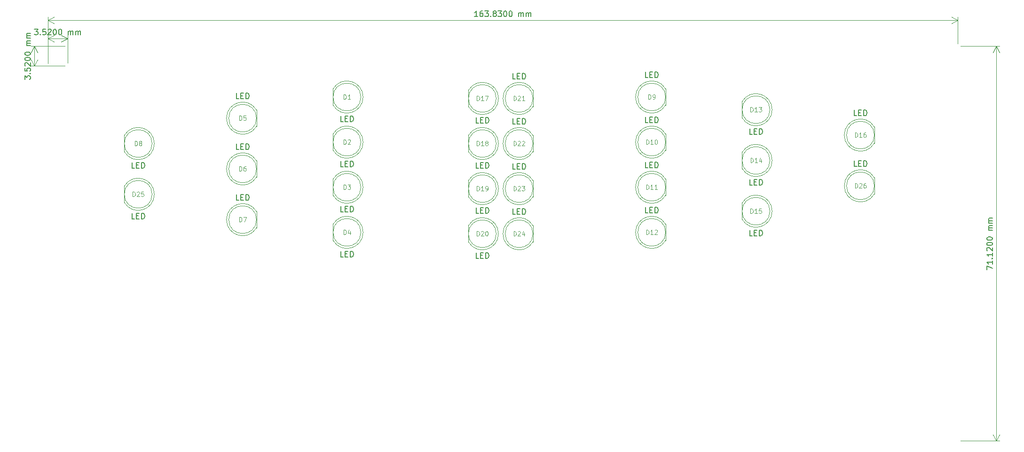
<source format=gbr>
%TF.GenerationSoftware,KiCad,Pcbnew,8.0.8*%
%TF.CreationDate,2025-03-31T23:20:11-04:00*%
%TF.ProjectId,rear_lights_unit,72656172-5f6c-4696-9768-74735f756e69,0*%
%TF.SameCoordinates,Original*%
%TF.FileFunction,AssemblyDrawing,Top*%
%FSLAX46Y46*%
G04 Gerber Fmt 4.6, Leading zero omitted, Abs format (unit mm)*
G04 Created by KiCad (PCBNEW 8.0.8) date 2025-03-31 23:20:11*
%MOMM*%
%LPD*%
G01*
G04 APERTURE LIST*
%ADD10C,0.150000*%
%ADD11C,0.100000*%
%ADD12C,0.120000*%
G04 APERTURE END LIST*
D10*
X129461190Y-45434819D02*
X128889762Y-45434819D01*
X129175476Y-45434819D02*
X129175476Y-44434819D01*
X129175476Y-44434819D02*
X129080238Y-44577676D01*
X129080238Y-44577676D02*
X128985000Y-44672914D01*
X128985000Y-44672914D02*
X128889762Y-44720533D01*
X130318333Y-44434819D02*
X130127857Y-44434819D01*
X130127857Y-44434819D02*
X130032619Y-44482438D01*
X130032619Y-44482438D02*
X129985000Y-44530057D01*
X129985000Y-44530057D02*
X129889762Y-44672914D01*
X129889762Y-44672914D02*
X129842143Y-44863390D01*
X129842143Y-44863390D02*
X129842143Y-45244342D01*
X129842143Y-45244342D02*
X129889762Y-45339580D01*
X129889762Y-45339580D02*
X129937381Y-45387200D01*
X129937381Y-45387200D02*
X130032619Y-45434819D01*
X130032619Y-45434819D02*
X130223095Y-45434819D01*
X130223095Y-45434819D02*
X130318333Y-45387200D01*
X130318333Y-45387200D02*
X130365952Y-45339580D01*
X130365952Y-45339580D02*
X130413571Y-45244342D01*
X130413571Y-45244342D02*
X130413571Y-45006247D01*
X130413571Y-45006247D02*
X130365952Y-44911009D01*
X130365952Y-44911009D02*
X130318333Y-44863390D01*
X130318333Y-44863390D02*
X130223095Y-44815771D01*
X130223095Y-44815771D02*
X130032619Y-44815771D01*
X130032619Y-44815771D02*
X129937381Y-44863390D01*
X129937381Y-44863390D02*
X129889762Y-44911009D01*
X129889762Y-44911009D02*
X129842143Y-45006247D01*
X130746905Y-44434819D02*
X131365952Y-44434819D01*
X131365952Y-44434819D02*
X131032619Y-44815771D01*
X131032619Y-44815771D02*
X131175476Y-44815771D01*
X131175476Y-44815771D02*
X131270714Y-44863390D01*
X131270714Y-44863390D02*
X131318333Y-44911009D01*
X131318333Y-44911009D02*
X131365952Y-45006247D01*
X131365952Y-45006247D02*
X131365952Y-45244342D01*
X131365952Y-45244342D02*
X131318333Y-45339580D01*
X131318333Y-45339580D02*
X131270714Y-45387200D01*
X131270714Y-45387200D02*
X131175476Y-45434819D01*
X131175476Y-45434819D02*
X130889762Y-45434819D01*
X130889762Y-45434819D02*
X130794524Y-45387200D01*
X130794524Y-45387200D02*
X130746905Y-45339580D01*
X131794524Y-45339580D02*
X131842143Y-45387200D01*
X131842143Y-45387200D02*
X131794524Y-45434819D01*
X131794524Y-45434819D02*
X131746905Y-45387200D01*
X131746905Y-45387200D02*
X131794524Y-45339580D01*
X131794524Y-45339580D02*
X131794524Y-45434819D01*
X132413571Y-44863390D02*
X132318333Y-44815771D01*
X132318333Y-44815771D02*
X132270714Y-44768152D01*
X132270714Y-44768152D02*
X132223095Y-44672914D01*
X132223095Y-44672914D02*
X132223095Y-44625295D01*
X132223095Y-44625295D02*
X132270714Y-44530057D01*
X132270714Y-44530057D02*
X132318333Y-44482438D01*
X132318333Y-44482438D02*
X132413571Y-44434819D01*
X132413571Y-44434819D02*
X132604047Y-44434819D01*
X132604047Y-44434819D02*
X132699285Y-44482438D01*
X132699285Y-44482438D02*
X132746904Y-44530057D01*
X132746904Y-44530057D02*
X132794523Y-44625295D01*
X132794523Y-44625295D02*
X132794523Y-44672914D01*
X132794523Y-44672914D02*
X132746904Y-44768152D01*
X132746904Y-44768152D02*
X132699285Y-44815771D01*
X132699285Y-44815771D02*
X132604047Y-44863390D01*
X132604047Y-44863390D02*
X132413571Y-44863390D01*
X132413571Y-44863390D02*
X132318333Y-44911009D01*
X132318333Y-44911009D02*
X132270714Y-44958628D01*
X132270714Y-44958628D02*
X132223095Y-45053866D01*
X132223095Y-45053866D02*
X132223095Y-45244342D01*
X132223095Y-45244342D02*
X132270714Y-45339580D01*
X132270714Y-45339580D02*
X132318333Y-45387200D01*
X132318333Y-45387200D02*
X132413571Y-45434819D01*
X132413571Y-45434819D02*
X132604047Y-45434819D01*
X132604047Y-45434819D02*
X132699285Y-45387200D01*
X132699285Y-45387200D02*
X132746904Y-45339580D01*
X132746904Y-45339580D02*
X132794523Y-45244342D01*
X132794523Y-45244342D02*
X132794523Y-45053866D01*
X132794523Y-45053866D02*
X132746904Y-44958628D01*
X132746904Y-44958628D02*
X132699285Y-44911009D01*
X132699285Y-44911009D02*
X132604047Y-44863390D01*
X133127857Y-44434819D02*
X133746904Y-44434819D01*
X133746904Y-44434819D02*
X133413571Y-44815771D01*
X133413571Y-44815771D02*
X133556428Y-44815771D01*
X133556428Y-44815771D02*
X133651666Y-44863390D01*
X133651666Y-44863390D02*
X133699285Y-44911009D01*
X133699285Y-44911009D02*
X133746904Y-45006247D01*
X133746904Y-45006247D02*
X133746904Y-45244342D01*
X133746904Y-45244342D02*
X133699285Y-45339580D01*
X133699285Y-45339580D02*
X133651666Y-45387200D01*
X133651666Y-45387200D02*
X133556428Y-45434819D01*
X133556428Y-45434819D02*
X133270714Y-45434819D01*
X133270714Y-45434819D02*
X133175476Y-45387200D01*
X133175476Y-45387200D02*
X133127857Y-45339580D01*
X134365952Y-44434819D02*
X134461190Y-44434819D01*
X134461190Y-44434819D02*
X134556428Y-44482438D01*
X134556428Y-44482438D02*
X134604047Y-44530057D01*
X134604047Y-44530057D02*
X134651666Y-44625295D01*
X134651666Y-44625295D02*
X134699285Y-44815771D01*
X134699285Y-44815771D02*
X134699285Y-45053866D01*
X134699285Y-45053866D02*
X134651666Y-45244342D01*
X134651666Y-45244342D02*
X134604047Y-45339580D01*
X134604047Y-45339580D02*
X134556428Y-45387200D01*
X134556428Y-45387200D02*
X134461190Y-45434819D01*
X134461190Y-45434819D02*
X134365952Y-45434819D01*
X134365952Y-45434819D02*
X134270714Y-45387200D01*
X134270714Y-45387200D02*
X134223095Y-45339580D01*
X134223095Y-45339580D02*
X134175476Y-45244342D01*
X134175476Y-45244342D02*
X134127857Y-45053866D01*
X134127857Y-45053866D02*
X134127857Y-44815771D01*
X134127857Y-44815771D02*
X134175476Y-44625295D01*
X134175476Y-44625295D02*
X134223095Y-44530057D01*
X134223095Y-44530057D02*
X134270714Y-44482438D01*
X134270714Y-44482438D02*
X134365952Y-44434819D01*
X135318333Y-44434819D02*
X135413571Y-44434819D01*
X135413571Y-44434819D02*
X135508809Y-44482438D01*
X135508809Y-44482438D02*
X135556428Y-44530057D01*
X135556428Y-44530057D02*
X135604047Y-44625295D01*
X135604047Y-44625295D02*
X135651666Y-44815771D01*
X135651666Y-44815771D02*
X135651666Y-45053866D01*
X135651666Y-45053866D02*
X135604047Y-45244342D01*
X135604047Y-45244342D02*
X135556428Y-45339580D01*
X135556428Y-45339580D02*
X135508809Y-45387200D01*
X135508809Y-45387200D02*
X135413571Y-45434819D01*
X135413571Y-45434819D02*
X135318333Y-45434819D01*
X135318333Y-45434819D02*
X135223095Y-45387200D01*
X135223095Y-45387200D02*
X135175476Y-45339580D01*
X135175476Y-45339580D02*
X135127857Y-45244342D01*
X135127857Y-45244342D02*
X135080238Y-45053866D01*
X135080238Y-45053866D02*
X135080238Y-44815771D01*
X135080238Y-44815771D02*
X135127857Y-44625295D01*
X135127857Y-44625295D02*
X135175476Y-44530057D01*
X135175476Y-44530057D02*
X135223095Y-44482438D01*
X135223095Y-44482438D02*
X135318333Y-44434819D01*
X136842143Y-45434819D02*
X136842143Y-44768152D01*
X136842143Y-44863390D02*
X136889762Y-44815771D01*
X136889762Y-44815771D02*
X136985000Y-44768152D01*
X136985000Y-44768152D02*
X137127857Y-44768152D01*
X137127857Y-44768152D02*
X137223095Y-44815771D01*
X137223095Y-44815771D02*
X137270714Y-44911009D01*
X137270714Y-44911009D02*
X137270714Y-45434819D01*
X137270714Y-44911009D02*
X137318333Y-44815771D01*
X137318333Y-44815771D02*
X137413571Y-44768152D01*
X137413571Y-44768152D02*
X137556428Y-44768152D01*
X137556428Y-44768152D02*
X137651667Y-44815771D01*
X137651667Y-44815771D02*
X137699286Y-44911009D01*
X137699286Y-44911009D02*
X137699286Y-45434819D01*
X138175476Y-45434819D02*
X138175476Y-44768152D01*
X138175476Y-44863390D02*
X138223095Y-44815771D01*
X138223095Y-44815771D02*
X138318333Y-44768152D01*
X138318333Y-44768152D02*
X138461190Y-44768152D01*
X138461190Y-44768152D02*
X138556428Y-44815771D01*
X138556428Y-44815771D02*
X138604047Y-44911009D01*
X138604047Y-44911009D02*
X138604047Y-45434819D01*
X138604047Y-44911009D02*
X138651666Y-44815771D01*
X138651666Y-44815771D02*
X138746904Y-44768152D01*
X138746904Y-44768152D02*
X138889761Y-44768152D01*
X138889761Y-44768152D02*
X138985000Y-44815771D01*
X138985000Y-44815771D02*
X139032619Y-44911009D01*
X139032619Y-44911009D02*
X139032619Y-45434819D01*
D11*
X52070000Y-50300000D02*
X52070000Y-45543580D01*
X215900000Y-50300000D02*
X215900000Y-45543580D01*
X52070000Y-46130000D02*
X215900000Y-46130000D01*
X52070000Y-46130000D02*
X215900000Y-46130000D01*
X52070000Y-46130000D02*
X53196504Y-45543579D01*
X52070000Y-46130000D02*
X53196504Y-46716421D01*
X215900000Y-46130000D02*
X214773496Y-46716421D01*
X215900000Y-46130000D02*
X214773496Y-45543579D01*
D10*
X47894819Y-56750475D02*
X47894819Y-56131428D01*
X47894819Y-56131428D02*
X48275771Y-56464761D01*
X48275771Y-56464761D02*
X48275771Y-56321904D01*
X48275771Y-56321904D02*
X48323390Y-56226666D01*
X48323390Y-56226666D02*
X48371009Y-56179047D01*
X48371009Y-56179047D02*
X48466247Y-56131428D01*
X48466247Y-56131428D02*
X48704342Y-56131428D01*
X48704342Y-56131428D02*
X48799580Y-56179047D01*
X48799580Y-56179047D02*
X48847200Y-56226666D01*
X48847200Y-56226666D02*
X48894819Y-56321904D01*
X48894819Y-56321904D02*
X48894819Y-56607618D01*
X48894819Y-56607618D02*
X48847200Y-56702856D01*
X48847200Y-56702856D02*
X48799580Y-56750475D01*
X48799580Y-55702856D02*
X48847200Y-55655237D01*
X48847200Y-55655237D02*
X48894819Y-55702856D01*
X48894819Y-55702856D02*
X48847200Y-55750475D01*
X48847200Y-55750475D02*
X48799580Y-55702856D01*
X48799580Y-55702856D02*
X48894819Y-55702856D01*
X47894819Y-54750476D02*
X47894819Y-55226666D01*
X47894819Y-55226666D02*
X48371009Y-55274285D01*
X48371009Y-55274285D02*
X48323390Y-55226666D01*
X48323390Y-55226666D02*
X48275771Y-55131428D01*
X48275771Y-55131428D02*
X48275771Y-54893333D01*
X48275771Y-54893333D02*
X48323390Y-54798095D01*
X48323390Y-54798095D02*
X48371009Y-54750476D01*
X48371009Y-54750476D02*
X48466247Y-54702857D01*
X48466247Y-54702857D02*
X48704342Y-54702857D01*
X48704342Y-54702857D02*
X48799580Y-54750476D01*
X48799580Y-54750476D02*
X48847200Y-54798095D01*
X48847200Y-54798095D02*
X48894819Y-54893333D01*
X48894819Y-54893333D02*
X48894819Y-55131428D01*
X48894819Y-55131428D02*
X48847200Y-55226666D01*
X48847200Y-55226666D02*
X48799580Y-55274285D01*
X47990057Y-54321904D02*
X47942438Y-54274285D01*
X47942438Y-54274285D02*
X47894819Y-54179047D01*
X47894819Y-54179047D02*
X47894819Y-53940952D01*
X47894819Y-53940952D02*
X47942438Y-53845714D01*
X47942438Y-53845714D02*
X47990057Y-53798095D01*
X47990057Y-53798095D02*
X48085295Y-53750476D01*
X48085295Y-53750476D02*
X48180533Y-53750476D01*
X48180533Y-53750476D02*
X48323390Y-53798095D01*
X48323390Y-53798095D02*
X48894819Y-54369523D01*
X48894819Y-54369523D02*
X48894819Y-53750476D01*
X47894819Y-53131428D02*
X47894819Y-53036190D01*
X47894819Y-53036190D02*
X47942438Y-52940952D01*
X47942438Y-52940952D02*
X47990057Y-52893333D01*
X47990057Y-52893333D02*
X48085295Y-52845714D01*
X48085295Y-52845714D02*
X48275771Y-52798095D01*
X48275771Y-52798095D02*
X48513866Y-52798095D01*
X48513866Y-52798095D02*
X48704342Y-52845714D01*
X48704342Y-52845714D02*
X48799580Y-52893333D01*
X48799580Y-52893333D02*
X48847200Y-52940952D01*
X48847200Y-52940952D02*
X48894819Y-53036190D01*
X48894819Y-53036190D02*
X48894819Y-53131428D01*
X48894819Y-53131428D02*
X48847200Y-53226666D01*
X48847200Y-53226666D02*
X48799580Y-53274285D01*
X48799580Y-53274285D02*
X48704342Y-53321904D01*
X48704342Y-53321904D02*
X48513866Y-53369523D01*
X48513866Y-53369523D02*
X48275771Y-53369523D01*
X48275771Y-53369523D02*
X48085295Y-53321904D01*
X48085295Y-53321904D02*
X47990057Y-53274285D01*
X47990057Y-53274285D02*
X47942438Y-53226666D01*
X47942438Y-53226666D02*
X47894819Y-53131428D01*
X47894819Y-52179047D02*
X47894819Y-52083809D01*
X47894819Y-52083809D02*
X47942438Y-51988571D01*
X47942438Y-51988571D02*
X47990057Y-51940952D01*
X47990057Y-51940952D02*
X48085295Y-51893333D01*
X48085295Y-51893333D02*
X48275771Y-51845714D01*
X48275771Y-51845714D02*
X48513866Y-51845714D01*
X48513866Y-51845714D02*
X48704342Y-51893333D01*
X48704342Y-51893333D02*
X48799580Y-51940952D01*
X48799580Y-51940952D02*
X48847200Y-51988571D01*
X48847200Y-51988571D02*
X48894819Y-52083809D01*
X48894819Y-52083809D02*
X48894819Y-52179047D01*
X48894819Y-52179047D02*
X48847200Y-52274285D01*
X48847200Y-52274285D02*
X48799580Y-52321904D01*
X48799580Y-52321904D02*
X48704342Y-52369523D01*
X48704342Y-52369523D02*
X48513866Y-52417142D01*
X48513866Y-52417142D02*
X48275771Y-52417142D01*
X48275771Y-52417142D02*
X48085295Y-52369523D01*
X48085295Y-52369523D02*
X47990057Y-52321904D01*
X47990057Y-52321904D02*
X47942438Y-52274285D01*
X47942438Y-52274285D02*
X47894819Y-52179047D01*
X48894819Y-50655237D02*
X48228152Y-50655237D01*
X48323390Y-50655237D02*
X48275771Y-50607618D01*
X48275771Y-50607618D02*
X48228152Y-50512380D01*
X48228152Y-50512380D02*
X48228152Y-50369523D01*
X48228152Y-50369523D02*
X48275771Y-50274285D01*
X48275771Y-50274285D02*
X48371009Y-50226666D01*
X48371009Y-50226666D02*
X48894819Y-50226666D01*
X48371009Y-50226666D02*
X48275771Y-50179047D01*
X48275771Y-50179047D02*
X48228152Y-50083809D01*
X48228152Y-50083809D02*
X48228152Y-49940952D01*
X48228152Y-49940952D02*
X48275771Y-49845713D01*
X48275771Y-49845713D02*
X48371009Y-49798094D01*
X48371009Y-49798094D02*
X48894819Y-49798094D01*
X48894819Y-49321904D02*
X48228152Y-49321904D01*
X48323390Y-49321904D02*
X48275771Y-49274285D01*
X48275771Y-49274285D02*
X48228152Y-49179047D01*
X48228152Y-49179047D02*
X48228152Y-49036190D01*
X48228152Y-49036190D02*
X48275771Y-48940952D01*
X48275771Y-48940952D02*
X48371009Y-48893333D01*
X48371009Y-48893333D02*
X48894819Y-48893333D01*
X48371009Y-48893333D02*
X48275771Y-48845714D01*
X48275771Y-48845714D02*
X48228152Y-48750476D01*
X48228152Y-48750476D02*
X48228152Y-48607619D01*
X48228152Y-48607619D02*
X48275771Y-48512380D01*
X48275771Y-48512380D02*
X48371009Y-48464761D01*
X48371009Y-48464761D02*
X48894819Y-48464761D01*
D11*
X55090000Y-54320000D02*
X49003580Y-54320000D01*
X55090000Y-50800000D02*
X49003580Y-50800000D01*
X49590000Y-54320000D02*
X49590000Y-50800000D01*
X49590000Y-54320000D02*
X49590000Y-50800000D01*
X49590000Y-54320000D02*
X49003579Y-53193496D01*
X49590000Y-54320000D02*
X50176421Y-53193496D01*
X49590000Y-50800000D02*
X50176421Y-51926504D01*
X49590000Y-50800000D02*
X49003579Y-51926504D01*
D10*
X221134819Y-91026665D02*
X221134819Y-90359999D01*
X221134819Y-90359999D02*
X222134819Y-90788570D01*
X222134819Y-89455237D02*
X222134819Y-90026665D01*
X222134819Y-89740951D02*
X221134819Y-89740951D01*
X221134819Y-89740951D02*
X221277676Y-89836189D01*
X221277676Y-89836189D02*
X221372914Y-89931427D01*
X221372914Y-89931427D02*
X221420533Y-90026665D01*
X222039580Y-89026665D02*
X222087200Y-88979046D01*
X222087200Y-88979046D02*
X222134819Y-89026665D01*
X222134819Y-89026665D02*
X222087200Y-89074284D01*
X222087200Y-89074284D02*
X222039580Y-89026665D01*
X222039580Y-89026665D02*
X222134819Y-89026665D01*
X222134819Y-88026666D02*
X222134819Y-88598094D01*
X222134819Y-88312380D02*
X221134819Y-88312380D01*
X221134819Y-88312380D02*
X221277676Y-88407618D01*
X221277676Y-88407618D02*
X221372914Y-88502856D01*
X221372914Y-88502856D02*
X221420533Y-88598094D01*
X221230057Y-87645713D02*
X221182438Y-87598094D01*
X221182438Y-87598094D02*
X221134819Y-87502856D01*
X221134819Y-87502856D02*
X221134819Y-87264761D01*
X221134819Y-87264761D02*
X221182438Y-87169523D01*
X221182438Y-87169523D02*
X221230057Y-87121904D01*
X221230057Y-87121904D02*
X221325295Y-87074285D01*
X221325295Y-87074285D02*
X221420533Y-87074285D01*
X221420533Y-87074285D02*
X221563390Y-87121904D01*
X221563390Y-87121904D02*
X222134819Y-87693332D01*
X222134819Y-87693332D02*
X222134819Y-87074285D01*
X221134819Y-86455237D02*
X221134819Y-86359999D01*
X221134819Y-86359999D02*
X221182438Y-86264761D01*
X221182438Y-86264761D02*
X221230057Y-86217142D01*
X221230057Y-86217142D02*
X221325295Y-86169523D01*
X221325295Y-86169523D02*
X221515771Y-86121904D01*
X221515771Y-86121904D02*
X221753866Y-86121904D01*
X221753866Y-86121904D02*
X221944342Y-86169523D01*
X221944342Y-86169523D02*
X222039580Y-86217142D01*
X222039580Y-86217142D02*
X222087200Y-86264761D01*
X222087200Y-86264761D02*
X222134819Y-86359999D01*
X222134819Y-86359999D02*
X222134819Y-86455237D01*
X222134819Y-86455237D02*
X222087200Y-86550475D01*
X222087200Y-86550475D02*
X222039580Y-86598094D01*
X222039580Y-86598094D02*
X221944342Y-86645713D01*
X221944342Y-86645713D02*
X221753866Y-86693332D01*
X221753866Y-86693332D02*
X221515771Y-86693332D01*
X221515771Y-86693332D02*
X221325295Y-86645713D01*
X221325295Y-86645713D02*
X221230057Y-86598094D01*
X221230057Y-86598094D02*
X221182438Y-86550475D01*
X221182438Y-86550475D02*
X221134819Y-86455237D01*
X221134819Y-85502856D02*
X221134819Y-85407618D01*
X221134819Y-85407618D02*
X221182438Y-85312380D01*
X221182438Y-85312380D02*
X221230057Y-85264761D01*
X221230057Y-85264761D02*
X221325295Y-85217142D01*
X221325295Y-85217142D02*
X221515771Y-85169523D01*
X221515771Y-85169523D02*
X221753866Y-85169523D01*
X221753866Y-85169523D02*
X221944342Y-85217142D01*
X221944342Y-85217142D02*
X222039580Y-85264761D01*
X222039580Y-85264761D02*
X222087200Y-85312380D01*
X222087200Y-85312380D02*
X222134819Y-85407618D01*
X222134819Y-85407618D02*
X222134819Y-85502856D01*
X222134819Y-85502856D02*
X222087200Y-85598094D01*
X222087200Y-85598094D02*
X222039580Y-85645713D01*
X222039580Y-85645713D02*
X221944342Y-85693332D01*
X221944342Y-85693332D02*
X221753866Y-85740951D01*
X221753866Y-85740951D02*
X221515771Y-85740951D01*
X221515771Y-85740951D02*
X221325295Y-85693332D01*
X221325295Y-85693332D02*
X221230057Y-85645713D01*
X221230057Y-85645713D02*
X221182438Y-85598094D01*
X221182438Y-85598094D02*
X221134819Y-85502856D01*
X222134819Y-83979046D02*
X221468152Y-83979046D01*
X221563390Y-83979046D02*
X221515771Y-83931427D01*
X221515771Y-83931427D02*
X221468152Y-83836189D01*
X221468152Y-83836189D02*
X221468152Y-83693332D01*
X221468152Y-83693332D02*
X221515771Y-83598094D01*
X221515771Y-83598094D02*
X221611009Y-83550475D01*
X221611009Y-83550475D02*
X222134819Y-83550475D01*
X221611009Y-83550475D02*
X221515771Y-83502856D01*
X221515771Y-83502856D02*
X221468152Y-83407618D01*
X221468152Y-83407618D02*
X221468152Y-83264761D01*
X221468152Y-83264761D02*
X221515771Y-83169522D01*
X221515771Y-83169522D02*
X221611009Y-83121903D01*
X221611009Y-83121903D02*
X222134819Y-83121903D01*
X222134819Y-82645713D02*
X221468152Y-82645713D01*
X221563390Y-82645713D02*
X221515771Y-82598094D01*
X221515771Y-82598094D02*
X221468152Y-82502856D01*
X221468152Y-82502856D02*
X221468152Y-82359999D01*
X221468152Y-82359999D02*
X221515771Y-82264761D01*
X221515771Y-82264761D02*
X221611009Y-82217142D01*
X221611009Y-82217142D02*
X222134819Y-82217142D01*
X221611009Y-82217142D02*
X221515771Y-82169523D01*
X221515771Y-82169523D02*
X221468152Y-82074285D01*
X221468152Y-82074285D02*
X221468152Y-81931428D01*
X221468152Y-81931428D02*
X221515771Y-81836189D01*
X221515771Y-81836189D02*
X221611009Y-81788570D01*
X221611009Y-81788570D02*
X222134819Y-81788570D01*
D11*
X216400000Y-121920000D02*
X223416420Y-121920000D01*
X216400000Y-50800000D02*
X223416420Y-50800000D01*
X222830000Y-121920000D02*
X222830000Y-50800000D01*
X222830000Y-121920000D02*
X222830000Y-50800000D01*
X222830000Y-121920000D02*
X222243579Y-120793496D01*
X222830000Y-121920000D02*
X223416421Y-120793496D01*
X222830000Y-50800000D02*
X223416421Y-51926504D01*
X222830000Y-50800000D02*
X222243579Y-51926504D01*
D10*
X49639524Y-47714819D02*
X50258571Y-47714819D01*
X50258571Y-47714819D02*
X49925238Y-48095771D01*
X49925238Y-48095771D02*
X50068095Y-48095771D01*
X50068095Y-48095771D02*
X50163333Y-48143390D01*
X50163333Y-48143390D02*
X50210952Y-48191009D01*
X50210952Y-48191009D02*
X50258571Y-48286247D01*
X50258571Y-48286247D02*
X50258571Y-48524342D01*
X50258571Y-48524342D02*
X50210952Y-48619580D01*
X50210952Y-48619580D02*
X50163333Y-48667200D01*
X50163333Y-48667200D02*
X50068095Y-48714819D01*
X50068095Y-48714819D02*
X49782381Y-48714819D01*
X49782381Y-48714819D02*
X49687143Y-48667200D01*
X49687143Y-48667200D02*
X49639524Y-48619580D01*
X50687143Y-48619580D02*
X50734762Y-48667200D01*
X50734762Y-48667200D02*
X50687143Y-48714819D01*
X50687143Y-48714819D02*
X50639524Y-48667200D01*
X50639524Y-48667200D02*
X50687143Y-48619580D01*
X50687143Y-48619580D02*
X50687143Y-48714819D01*
X51639523Y-47714819D02*
X51163333Y-47714819D01*
X51163333Y-47714819D02*
X51115714Y-48191009D01*
X51115714Y-48191009D02*
X51163333Y-48143390D01*
X51163333Y-48143390D02*
X51258571Y-48095771D01*
X51258571Y-48095771D02*
X51496666Y-48095771D01*
X51496666Y-48095771D02*
X51591904Y-48143390D01*
X51591904Y-48143390D02*
X51639523Y-48191009D01*
X51639523Y-48191009D02*
X51687142Y-48286247D01*
X51687142Y-48286247D02*
X51687142Y-48524342D01*
X51687142Y-48524342D02*
X51639523Y-48619580D01*
X51639523Y-48619580D02*
X51591904Y-48667200D01*
X51591904Y-48667200D02*
X51496666Y-48714819D01*
X51496666Y-48714819D02*
X51258571Y-48714819D01*
X51258571Y-48714819D02*
X51163333Y-48667200D01*
X51163333Y-48667200D02*
X51115714Y-48619580D01*
X52068095Y-47810057D02*
X52115714Y-47762438D01*
X52115714Y-47762438D02*
X52210952Y-47714819D01*
X52210952Y-47714819D02*
X52449047Y-47714819D01*
X52449047Y-47714819D02*
X52544285Y-47762438D01*
X52544285Y-47762438D02*
X52591904Y-47810057D01*
X52591904Y-47810057D02*
X52639523Y-47905295D01*
X52639523Y-47905295D02*
X52639523Y-48000533D01*
X52639523Y-48000533D02*
X52591904Y-48143390D01*
X52591904Y-48143390D02*
X52020476Y-48714819D01*
X52020476Y-48714819D02*
X52639523Y-48714819D01*
X53258571Y-47714819D02*
X53353809Y-47714819D01*
X53353809Y-47714819D02*
X53449047Y-47762438D01*
X53449047Y-47762438D02*
X53496666Y-47810057D01*
X53496666Y-47810057D02*
X53544285Y-47905295D01*
X53544285Y-47905295D02*
X53591904Y-48095771D01*
X53591904Y-48095771D02*
X53591904Y-48333866D01*
X53591904Y-48333866D02*
X53544285Y-48524342D01*
X53544285Y-48524342D02*
X53496666Y-48619580D01*
X53496666Y-48619580D02*
X53449047Y-48667200D01*
X53449047Y-48667200D02*
X53353809Y-48714819D01*
X53353809Y-48714819D02*
X53258571Y-48714819D01*
X53258571Y-48714819D02*
X53163333Y-48667200D01*
X53163333Y-48667200D02*
X53115714Y-48619580D01*
X53115714Y-48619580D02*
X53068095Y-48524342D01*
X53068095Y-48524342D02*
X53020476Y-48333866D01*
X53020476Y-48333866D02*
X53020476Y-48095771D01*
X53020476Y-48095771D02*
X53068095Y-47905295D01*
X53068095Y-47905295D02*
X53115714Y-47810057D01*
X53115714Y-47810057D02*
X53163333Y-47762438D01*
X53163333Y-47762438D02*
X53258571Y-47714819D01*
X54210952Y-47714819D02*
X54306190Y-47714819D01*
X54306190Y-47714819D02*
X54401428Y-47762438D01*
X54401428Y-47762438D02*
X54449047Y-47810057D01*
X54449047Y-47810057D02*
X54496666Y-47905295D01*
X54496666Y-47905295D02*
X54544285Y-48095771D01*
X54544285Y-48095771D02*
X54544285Y-48333866D01*
X54544285Y-48333866D02*
X54496666Y-48524342D01*
X54496666Y-48524342D02*
X54449047Y-48619580D01*
X54449047Y-48619580D02*
X54401428Y-48667200D01*
X54401428Y-48667200D02*
X54306190Y-48714819D01*
X54306190Y-48714819D02*
X54210952Y-48714819D01*
X54210952Y-48714819D02*
X54115714Y-48667200D01*
X54115714Y-48667200D02*
X54068095Y-48619580D01*
X54068095Y-48619580D02*
X54020476Y-48524342D01*
X54020476Y-48524342D02*
X53972857Y-48333866D01*
X53972857Y-48333866D02*
X53972857Y-48095771D01*
X53972857Y-48095771D02*
X54020476Y-47905295D01*
X54020476Y-47905295D02*
X54068095Y-47810057D01*
X54068095Y-47810057D02*
X54115714Y-47762438D01*
X54115714Y-47762438D02*
X54210952Y-47714819D01*
X55734762Y-48714819D02*
X55734762Y-48048152D01*
X55734762Y-48143390D02*
X55782381Y-48095771D01*
X55782381Y-48095771D02*
X55877619Y-48048152D01*
X55877619Y-48048152D02*
X56020476Y-48048152D01*
X56020476Y-48048152D02*
X56115714Y-48095771D01*
X56115714Y-48095771D02*
X56163333Y-48191009D01*
X56163333Y-48191009D02*
X56163333Y-48714819D01*
X56163333Y-48191009D02*
X56210952Y-48095771D01*
X56210952Y-48095771D02*
X56306190Y-48048152D01*
X56306190Y-48048152D02*
X56449047Y-48048152D01*
X56449047Y-48048152D02*
X56544286Y-48095771D01*
X56544286Y-48095771D02*
X56591905Y-48191009D01*
X56591905Y-48191009D02*
X56591905Y-48714819D01*
X57068095Y-48714819D02*
X57068095Y-48048152D01*
X57068095Y-48143390D02*
X57115714Y-48095771D01*
X57115714Y-48095771D02*
X57210952Y-48048152D01*
X57210952Y-48048152D02*
X57353809Y-48048152D01*
X57353809Y-48048152D02*
X57449047Y-48095771D01*
X57449047Y-48095771D02*
X57496666Y-48191009D01*
X57496666Y-48191009D02*
X57496666Y-48714819D01*
X57496666Y-48191009D02*
X57544285Y-48095771D01*
X57544285Y-48095771D02*
X57639523Y-48048152D01*
X57639523Y-48048152D02*
X57782380Y-48048152D01*
X57782380Y-48048152D02*
X57877619Y-48095771D01*
X57877619Y-48095771D02*
X57925238Y-48191009D01*
X57925238Y-48191009D02*
X57925238Y-48714819D01*
D11*
X55590000Y-53820000D02*
X55590000Y-48823580D01*
X52070000Y-48823580D02*
X52070000Y-53900000D01*
X55590000Y-49410000D02*
X52070000Y-49410000D01*
X55590000Y-49410000D02*
X52070000Y-49410000D01*
X55590000Y-49410000D02*
X54463496Y-49996421D01*
X55590000Y-49410000D02*
X54463496Y-48823579D01*
X52070000Y-49410000D02*
X53196504Y-48823579D01*
X52070000Y-49410000D02*
X53196504Y-49996421D01*
D10*
X105265142Y-64358819D02*
X104788952Y-64358819D01*
X104788952Y-64358819D02*
X104788952Y-63358819D01*
X105598476Y-63835009D02*
X105931809Y-63835009D01*
X106074666Y-64358819D02*
X105598476Y-64358819D01*
X105598476Y-64358819D02*
X105598476Y-63358819D01*
X105598476Y-63358819D02*
X106074666Y-63358819D01*
X106503238Y-64358819D02*
X106503238Y-63358819D01*
X106503238Y-63358819D02*
X106741333Y-63358819D01*
X106741333Y-63358819D02*
X106884190Y-63406438D01*
X106884190Y-63406438D02*
X106979428Y-63501676D01*
X106979428Y-63501676D02*
X107027047Y-63596914D01*
X107027047Y-63596914D02*
X107074666Y-63787390D01*
X107074666Y-63787390D02*
X107074666Y-63930247D01*
X107074666Y-63930247D02*
X107027047Y-64120723D01*
X107027047Y-64120723D02*
X106979428Y-64215961D01*
X106979428Y-64215961D02*
X106884190Y-64311200D01*
X106884190Y-64311200D02*
X106741333Y-64358819D01*
X106741333Y-64358819D02*
X106503238Y-64358819D01*
D12*
X105317524Y-60307855D02*
X105317524Y-59507855D01*
X105317524Y-59507855D02*
X105508000Y-59507855D01*
X105508000Y-59507855D02*
X105622286Y-59545950D01*
X105622286Y-59545950D02*
X105698476Y-59622140D01*
X105698476Y-59622140D02*
X105736571Y-59698331D01*
X105736571Y-59698331D02*
X105774667Y-59850712D01*
X105774667Y-59850712D02*
X105774667Y-59964998D01*
X105774667Y-59964998D02*
X105736571Y-60117379D01*
X105736571Y-60117379D02*
X105698476Y-60193569D01*
X105698476Y-60193569D02*
X105622286Y-60269760D01*
X105622286Y-60269760D02*
X105508000Y-60307855D01*
X105508000Y-60307855D02*
X105317524Y-60307855D01*
X106536571Y-60307855D02*
X106079428Y-60307855D01*
X106308000Y-60307855D02*
X106308000Y-59507855D01*
X106308000Y-59507855D02*
X106231809Y-59622140D01*
X106231809Y-59622140D02*
X106155619Y-59698331D01*
X106155619Y-59698331D02*
X106079428Y-59736426D01*
D10*
X160139142Y-72694819D02*
X159662952Y-72694819D01*
X159662952Y-72694819D02*
X159662952Y-71694819D01*
X160472476Y-72171009D02*
X160805809Y-72171009D01*
X160948666Y-72694819D02*
X160472476Y-72694819D01*
X160472476Y-72694819D02*
X160472476Y-71694819D01*
X160472476Y-71694819D02*
X160948666Y-71694819D01*
X161377238Y-72694819D02*
X161377238Y-71694819D01*
X161377238Y-71694819D02*
X161615333Y-71694819D01*
X161615333Y-71694819D02*
X161758190Y-71742438D01*
X161758190Y-71742438D02*
X161853428Y-71837676D01*
X161853428Y-71837676D02*
X161901047Y-71932914D01*
X161901047Y-71932914D02*
X161948666Y-72123390D01*
X161948666Y-72123390D02*
X161948666Y-72266247D01*
X161948666Y-72266247D02*
X161901047Y-72456723D01*
X161901047Y-72456723D02*
X161853428Y-72551961D01*
X161853428Y-72551961D02*
X161758190Y-72647200D01*
X161758190Y-72647200D02*
X161615333Y-72694819D01*
X161615333Y-72694819D02*
X161377238Y-72694819D01*
D12*
X159810571Y-76563855D02*
X159810571Y-75763855D01*
X159810571Y-75763855D02*
X160001047Y-75763855D01*
X160001047Y-75763855D02*
X160115333Y-75801950D01*
X160115333Y-75801950D02*
X160191523Y-75878140D01*
X160191523Y-75878140D02*
X160229618Y-75954331D01*
X160229618Y-75954331D02*
X160267714Y-76106712D01*
X160267714Y-76106712D02*
X160267714Y-76220998D01*
X160267714Y-76220998D02*
X160229618Y-76373379D01*
X160229618Y-76373379D02*
X160191523Y-76449569D01*
X160191523Y-76449569D02*
X160115333Y-76525760D01*
X160115333Y-76525760D02*
X160001047Y-76563855D01*
X160001047Y-76563855D02*
X159810571Y-76563855D01*
X161029618Y-76563855D02*
X160572475Y-76563855D01*
X160801047Y-76563855D02*
X160801047Y-75763855D01*
X160801047Y-75763855D02*
X160724856Y-75878140D01*
X160724856Y-75878140D02*
X160648666Y-75954331D01*
X160648666Y-75954331D02*
X160572475Y-75992426D01*
X161791523Y-76563855D02*
X161334380Y-76563855D01*
X161562952Y-76563855D02*
X161562952Y-75763855D01*
X161562952Y-75763855D02*
X161486761Y-75878140D01*
X161486761Y-75878140D02*
X161410571Y-75954331D01*
X161410571Y-75954331D02*
X161334380Y-75992426D01*
D10*
X136258142Y-72948819D02*
X135781952Y-72948819D01*
X135781952Y-72948819D02*
X135781952Y-71948819D01*
X136591476Y-72425009D02*
X136924809Y-72425009D01*
X137067666Y-72948819D02*
X136591476Y-72948819D01*
X136591476Y-72948819D02*
X136591476Y-71948819D01*
X136591476Y-71948819D02*
X137067666Y-71948819D01*
X137496238Y-72948819D02*
X137496238Y-71948819D01*
X137496238Y-71948819D02*
X137734333Y-71948819D01*
X137734333Y-71948819D02*
X137877190Y-71996438D01*
X137877190Y-71996438D02*
X137972428Y-72091676D01*
X137972428Y-72091676D02*
X138020047Y-72186914D01*
X138020047Y-72186914D02*
X138067666Y-72377390D01*
X138067666Y-72377390D02*
X138067666Y-72520247D01*
X138067666Y-72520247D02*
X138020047Y-72710723D01*
X138020047Y-72710723D02*
X137972428Y-72805961D01*
X137972428Y-72805961D02*
X137877190Y-72901200D01*
X137877190Y-72901200D02*
X137734333Y-72948819D01*
X137734333Y-72948819D02*
X137496238Y-72948819D01*
D12*
X135929571Y-76817855D02*
X135929571Y-76017855D01*
X135929571Y-76017855D02*
X136120047Y-76017855D01*
X136120047Y-76017855D02*
X136234333Y-76055950D01*
X136234333Y-76055950D02*
X136310523Y-76132140D01*
X136310523Y-76132140D02*
X136348618Y-76208331D01*
X136348618Y-76208331D02*
X136386714Y-76360712D01*
X136386714Y-76360712D02*
X136386714Y-76474998D01*
X136386714Y-76474998D02*
X136348618Y-76627379D01*
X136348618Y-76627379D02*
X136310523Y-76703569D01*
X136310523Y-76703569D02*
X136234333Y-76779760D01*
X136234333Y-76779760D02*
X136120047Y-76817855D01*
X136120047Y-76817855D02*
X135929571Y-76817855D01*
X136691475Y-76094045D02*
X136729571Y-76055950D01*
X136729571Y-76055950D02*
X136805761Y-76017855D01*
X136805761Y-76017855D02*
X136996237Y-76017855D01*
X136996237Y-76017855D02*
X137072428Y-76055950D01*
X137072428Y-76055950D02*
X137110523Y-76094045D01*
X137110523Y-76094045D02*
X137148618Y-76170236D01*
X137148618Y-76170236D02*
X137148618Y-76246426D01*
X137148618Y-76246426D02*
X137110523Y-76360712D01*
X137110523Y-76360712D02*
X136653380Y-76817855D01*
X136653380Y-76817855D02*
X137148618Y-76817855D01*
X137415285Y-76017855D02*
X137910523Y-76017855D01*
X137910523Y-76017855D02*
X137643857Y-76322617D01*
X137643857Y-76322617D02*
X137758142Y-76322617D01*
X137758142Y-76322617D02*
X137834333Y-76360712D01*
X137834333Y-76360712D02*
X137872428Y-76398807D01*
X137872428Y-76398807D02*
X137910523Y-76474998D01*
X137910523Y-76474998D02*
X137910523Y-76665474D01*
X137910523Y-76665474D02*
X137872428Y-76741664D01*
X137872428Y-76741664D02*
X137834333Y-76779760D01*
X137834333Y-76779760D02*
X137758142Y-76817855D01*
X137758142Y-76817855D02*
X137529571Y-76817855D01*
X137529571Y-76817855D02*
X137453380Y-76779760D01*
X137453380Y-76779760D02*
X137415285Y-76741664D01*
D10*
X160139142Y-56438819D02*
X159662952Y-56438819D01*
X159662952Y-56438819D02*
X159662952Y-55438819D01*
X160472476Y-55915009D02*
X160805809Y-55915009D01*
X160948666Y-56438819D02*
X160472476Y-56438819D01*
X160472476Y-56438819D02*
X160472476Y-55438819D01*
X160472476Y-55438819D02*
X160948666Y-55438819D01*
X161377238Y-56438819D02*
X161377238Y-55438819D01*
X161377238Y-55438819D02*
X161615333Y-55438819D01*
X161615333Y-55438819D02*
X161758190Y-55486438D01*
X161758190Y-55486438D02*
X161853428Y-55581676D01*
X161853428Y-55581676D02*
X161901047Y-55676914D01*
X161901047Y-55676914D02*
X161948666Y-55867390D01*
X161948666Y-55867390D02*
X161948666Y-56010247D01*
X161948666Y-56010247D02*
X161901047Y-56200723D01*
X161901047Y-56200723D02*
X161853428Y-56295961D01*
X161853428Y-56295961D02*
X161758190Y-56391200D01*
X161758190Y-56391200D02*
X161615333Y-56438819D01*
X161615333Y-56438819D02*
X161377238Y-56438819D01*
D12*
X160191524Y-60307855D02*
X160191524Y-59507855D01*
X160191524Y-59507855D02*
X160382000Y-59507855D01*
X160382000Y-59507855D02*
X160496286Y-59545950D01*
X160496286Y-59545950D02*
X160572476Y-59622140D01*
X160572476Y-59622140D02*
X160610571Y-59698331D01*
X160610571Y-59698331D02*
X160648667Y-59850712D01*
X160648667Y-59850712D02*
X160648667Y-59964998D01*
X160648667Y-59964998D02*
X160610571Y-60117379D01*
X160610571Y-60117379D02*
X160572476Y-60193569D01*
X160572476Y-60193569D02*
X160496286Y-60269760D01*
X160496286Y-60269760D02*
X160382000Y-60307855D01*
X160382000Y-60307855D02*
X160191524Y-60307855D01*
X161029619Y-60307855D02*
X161182000Y-60307855D01*
X161182000Y-60307855D02*
X161258190Y-60269760D01*
X161258190Y-60269760D02*
X161296286Y-60231664D01*
X161296286Y-60231664D02*
X161372476Y-60117379D01*
X161372476Y-60117379D02*
X161410571Y-59964998D01*
X161410571Y-59964998D02*
X161410571Y-59660236D01*
X161410571Y-59660236D02*
X161372476Y-59584045D01*
X161372476Y-59584045D02*
X161334381Y-59545950D01*
X161334381Y-59545950D02*
X161258190Y-59507855D01*
X161258190Y-59507855D02*
X161105809Y-59507855D01*
X161105809Y-59507855D02*
X161029619Y-59545950D01*
X161029619Y-59545950D02*
X160991524Y-59584045D01*
X160991524Y-59584045D02*
X160953428Y-59660236D01*
X160953428Y-59660236D02*
X160953428Y-59850712D01*
X160953428Y-59850712D02*
X160991524Y-59926902D01*
X160991524Y-59926902D02*
X161029619Y-59964998D01*
X161029619Y-59964998D02*
X161105809Y-60003093D01*
X161105809Y-60003093D02*
X161258190Y-60003093D01*
X161258190Y-60003093D02*
X161334381Y-59964998D01*
X161334381Y-59964998D02*
X161372476Y-59926902D01*
X161372476Y-59926902D02*
X161410571Y-59850712D01*
D10*
X105270142Y-88742819D02*
X104793952Y-88742819D01*
X104793952Y-88742819D02*
X104793952Y-87742819D01*
X105603476Y-88219009D02*
X105936809Y-88219009D01*
X106079666Y-88742819D02*
X105603476Y-88742819D01*
X105603476Y-88742819D02*
X105603476Y-87742819D01*
X105603476Y-87742819D02*
X106079666Y-87742819D01*
X106508238Y-88742819D02*
X106508238Y-87742819D01*
X106508238Y-87742819D02*
X106746333Y-87742819D01*
X106746333Y-87742819D02*
X106889190Y-87790438D01*
X106889190Y-87790438D02*
X106984428Y-87885676D01*
X106984428Y-87885676D02*
X107032047Y-87980914D01*
X107032047Y-87980914D02*
X107079666Y-88171390D01*
X107079666Y-88171390D02*
X107079666Y-88314247D01*
X107079666Y-88314247D02*
X107032047Y-88504723D01*
X107032047Y-88504723D02*
X106984428Y-88599961D01*
X106984428Y-88599961D02*
X106889190Y-88695200D01*
X106889190Y-88695200D02*
X106746333Y-88742819D01*
X106746333Y-88742819D02*
X106508238Y-88742819D01*
D12*
X105322524Y-84691855D02*
X105322524Y-83891855D01*
X105322524Y-83891855D02*
X105513000Y-83891855D01*
X105513000Y-83891855D02*
X105627286Y-83929950D01*
X105627286Y-83929950D02*
X105703476Y-84006140D01*
X105703476Y-84006140D02*
X105741571Y-84082331D01*
X105741571Y-84082331D02*
X105779667Y-84234712D01*
X105779667Y-84234712D02*
X105779667Y-84348998D01*
X105779667Y-84348998D02*
X105741571Y-84501379D01*
X105741571Y-84501379D02*
X105703476Y-84577569D01*
X105703476Y-84577569D02*
X105627286Y-84653760D01*
X105627286Y-84653760D02*
X105513000Y-84691855D01*
X105513000Y-84691855D02*
X105322524Y-84691855D01*
X106465381Y-84158521D02*
X106465381Y-84691855D01*
X106274905Y-83853760D02*
X106084428Y-84425188D01*
X106084428Y-84425188D02*
X106579667Y-84425188D01*
D10*
X129649142Y-72740819D02*
X129172952Y-72740819D01*
X129172952Y-72740819D02*
X129172952Y-71740819D01*
X129982476Y-72217009D02*
X130315809Y-72217009D01*
X130458666Y-72740819D02*
X129982476Y-72740819D01*
X129982476Y-72740819D02*
X129982476Y-71740819D01*
X129982476Y-71740819D02*
X130458666Y-71740819D01*
X130887238Y-72740819D02*
X130887238Y-71740819D01*
X130887238Y-71740819D02*
X131125333Y-71740819D01*
X131125333Y-71740819D02*
X131268190Y-71788438D01*
X131268190Y-71788438D02*
X131363428Y-71883676D01*
X131363428Y-71883676D02*
X131411047Y-71978914D01*
X131411047Y-71978914D02*
X131458666Y-72169390D01*
X131458666Y-72169390D02*
X131458666Y-72312247D01*
X131458666Y-72312247D02*
X131411047Y-72502723D01*
X131411047Y-72502723D02*
X131363428Y-72597961D01*
X131363428Y-72597961D02*
X131268190Y-72693200D01*
X131268190Y-72693200D02*
X131125333Y-72740819D01*
X131125333Y-72740819D02*
X130887238Y-72740819D01*
D12*
X129320571Y-68689855D02*
X129320571Y-67889855D01*
X129320571Y-67889855D02*
X129511047Y-67889855D01*
X129511047Y-67889855D02*
X129625333Y-67927950D01*
X129625333Y-67927950D02*
X129701523Y-68004140D01*
X129701523Y-68004140D02*
X129739618Y-68080331D01*
X129739618Y-68080331D02*
X129777714Y-68232712D01*
X129777714Y-68232712D02*
X129777714Y-68346998D01*
X129777714Y-68346998D02*
X129739618Y-68499379D01*
X129739618Y-68499379D02*
X129701523Y-68575569D01*
X129701523Y-68575569D02*
X129625333Y-68651760D01*
X129625333Y-68651760D02*
X129511047Y-68689855D01*
X129511047Y-68689855D02*
X129320571Y-68689855D01*
X130539618Y-68689855D02*
X130082475Y-68689855D01*
X130311047Y-68689855D02*
X130311047Y-67889855D01*
X130311047Y-67889855D02*
X130234856Y-68004140D01*
X130234856Y-68004140D02*
X130158666Y-68080331D01*
X130158666Y-68080331D02*
X130082475Y-68118426D01*
X130996761Y-68232712D02*
X130920571Y-68194617D01*
X130920571Y-68194617D02*
X130882476Y-68156521D01*
X130882476Y-68156521D02*
X130844380Y-68080331D01*
X130844380Y-68080331D02*
X130844380Y-68042236D01*
X130844380Y-68042236D02*
X130882476Y-67966045D01*
X130882476Y-67966045D02*
X130920571Y-67927950D01*
X130920571Y-67927950D02*
X130996761Y-67889855D01*
X130996761Y-67889855D02*
X131149142Y-67889855D01*
X131149142Y-67889855D02*
X131225333Y-67927950D01*
X131225333Y-67927950D02*
X131263428Y-67966045D01*
X131263428Y-67966045D02*
X131301523Y-68042236D01*
X131301523Y-68042236D02*
X131301523Y-68080331D01*
X131301523Y-68080331D02*
X131263428Y-68156521D01*
X131263428Y-68156521D02*
X131225333Y-68194617D01*
X131225333Y-68194617D02*
X131149142Y-68232712D01*
X131149142Y-68232712D02*
X130996761Y-68232712D01*
X130996761Y-68232712D02*
X130920571Y-68270807D01*
X130920571Y-68270807D02*
X130882476Y-68308902D01*
X130882476Y-68308902D02*
X130844380Y-68385093D01*
X130844380Y-68385093D02*
X130844380Y-68537474D01*
X130844380Y-68537474D02*
X130882476Y-68613664D01*
X130882476Y-68613664D02*
X130920571Y-68651760D01*
X130920571Y-68651760D02*
X130996761Y-68689855D01*
X130996761Y-68689855D02*
X131149142Y-68689855D01*
X131149142Y-68689855D02*
X131225333Y-68651760D01*
X131225333Y-68651760D02*
X131263428Y-68613664D01*
X131263428Y-68613664D02*
X131301523Y-68537474D01*
X131301523Y-68537474D02*
X131301523Y-68385093D01*
X131301523Y-68385093D02*
X131263428Y-68308902D01*
X131263428Y-68308902D02*
X131225333Y-68270807D01*
X131225333Y-68270807D02*
X131149142Y-68232712D01*
D10*
X67673142Y-81884819D02*
X67196952Y-81884819D01*
X67196952Y-81884819D02*
X67196952Y-80884819D01*
X68006476Y-81361009D02*
X68339809Y-81361009D01*
X68482666Y-81884819D02*
X68006476Y-81884819D01*
X68006476Y-81884819D02*
X68006476Y-80884819D01*
X68006476Y-80884819D02*
X68482666Y-80884819D01*
X68911238Y-81884819D02*
X68911238Y-80884819D01*
X68911238Y-80884819D02*
X69149333Y-80884819D01*
X69149333Y-80884819D02*
X69292190Y-80932438D01*
X69292190Y-80932438D02*
X69387428Y-81027676D01*
X69387428Y-81027676D02*
X69435047Y-81122914D01*
X69435047Y-81122914D02*
X69482666Y-81313390D01*
X69482666Y-81313390D02*
X69482666Y-81456247D01*
X69482666Y-81456247D02*
X69435047Y-81646723D01*
X69435047Y-81646723D02*
X69387428Y-81741961D01*
X69387428Y-81741961D02*
X69292190Y-81837200D01*
X69292190Y-81837200D02*
X69149333Y-81884819D01*
X69149333Y-81884819D02*
X68911238Y-81884819D01*
D12*
X67344571Y-77833855D02*
X67344571Y-77033855D01*
X67344571Y-77033855D02*
X67535047Y-77033855D01*
X67535047Y-77033855D02*
X67649333Y-77071950D01*
X67649333Y-77071950D02*
X67725523Y-77148140D01*
X67725523Y-77148140D02*
X67763618Y-77224331D01*
X67763618Y-77224331D02*
X67801714Y-77376712D01*
X67801714Y-77376712D02*
X67801714Y-77490998D01*
X67801714Y-77490998D02*
X67763618Y-77643379D01*
X67763618Y-77643379D02*
X67725523Y-77719569D01*
X67725523Y-77719569D02*
X67649333Y-77795760D01*
X67649333Y-77795760D02*
X67535047Y-77833855D01*
X67535047Y-77833855D02*
X67344571Y-77833855D01*
X68106475Y-77110045D02*
X68144571Y-77071950D01*
X68144571Y-77071950D02*
X68220761Y-77033855D01*
X68220761Y-77033855D02*
X68411237Y-77033855D01*
X68411237Y-77033855D02*
X68487428Y-77071950D01*
X68487428Y-77071950D02*
X68525523Y-77110045D01*
X68525523Y-77110045D02*
X68563618Y-77186236D01*
X68563618Y-77186236D02*
X68563618Y-77262426D01*
X68563618Y-77262426D02*
X68525523Y-77376712D01*
X68525523Y-77376712D02*
X68068380Y-77833855D01*
X68068380Y-77833855D02*
X68563618Y-77833855D01*
X69287428Y-77033855D02*
X68906476Y-77033855D01*
X68906476Y-77033855D02*
X68868380Y-77414807D01*
X68868380Y-77414807D02*
X68906476Y-77376712D01*
X68906476Y-77376712D02*
X68982666Y-77338617D01*
X68982666Y-77338617D02*
X69173142Y-77338617D01*
X69173142Y-77338617D02*
X69249333Y-77376712D01*
X69249333Y-77376712D02*
X69287428Y-77414807D01*
X69287428Y-77414807D02*
X69325523Y-77490998D01*
X69325523Y-77490998D02*
X69325523Y-77681474D01*
X69325523Y-77681474D02*
X69287428Y-77757664D01*
X69287428Y-77757664D02*
X69249333Y-77795760D01*
X69249333Y-77795760D02*
X69173142Y-77833855D01*
X69173142Y-77833855D02*
X68982666Y-77833855D01*
X68982666Y-77833855D02*
X68906476Y-77795760D01*
X68906476Y-77795760D02*
X68868380Y-77757664D01*
D10*
X178930142Y-75788819D02*
X178453952Y-75788819D01*
X178453952Y-75788819D02*
X178453952Y-74788819D01*
X179263476Y-75265009D02*
X179596809Y-75265009D01*
X179739666Y-75788819D02*
X179263476Y-75788819D01*
X179263476Y-75788819D02*
X179263476Y-74788819D01*
X179263476Y-74788819D02*
X179739666Y-74788819D01*
X180168238Y-75788819D02*
X180168238Y-74788819D01*
X180168238Y-74788819D02*
X180406333Y-74788819D01*
X180406333Y-74788819D02*
X180549190Y-74836438D01*
X180549190Y-74836438D02*
X180644428Y-74931676D01*
X180644428Y-74931676D02*
X180692047Y-75026914D01*
X180692047Y-75026914D02*
X180739666Y-75217390D01*
X180739666Y-75217390D02*
X180739666Y-75360247D01*
X180739666Y-75360247D02*
X180692047Y-75550723D01*
X180692047Y-75550723D02*
X180644428Y-75645961D01*
X180644428Y-75645961D02*
X180549190Y-75741200D01*
X180549190Y-75741200D02*
X180406333Y-75788819D01*
X180406333Y-75788819D02*
X180168238Y-75788819D01*
D12*
X178601571Y-71737855D02*
X178601571Y-70937855D01*
X178601571Y-70937855D02*
X178792047Y-70937855D01*
X178792047Y-70937855D02*
X178906333Y-70975950D01*
X178906333Y-70975950D02*
X178982523Y-71052140D01*
X178982523Y-71052140D02*
X179020618Y-71128331D01*
X179020618Y-71128331D02*
X179058714Y-71280712D01*
X179058714Y-71280712D02*
X179058714Y-71394998D01*
X179058714Y-71394998D02*
X179020618Y-71547379D01*
X179020618Y-71547379D02*
X178982523Y-71623569D01*
X178982523Y-71623569D02*
X178906333Y-71699760D01*
X178906333Y-71699760D02*
X178792047Y-71737855D01*
X178792047Y-71737855D02*
X178601571Y-71737855D01*
X179820618Y-71737855D02*
X179363475Y-71737855D01*
X179592047Y-71737855D02*
X179592047Y-70937855D01*
X179592047Y-70937855D02*
X179515856Y-71052140D01*
X179515856Y-71052140D02*
X179439666Y-71128331D01*
X179439666Y-71128331D02*
X179363475Y-71166426D01*
X180506333Y-71204521D02*
X180506333Y-71737855D01*
X180315857Y-70899760D02*
X180125380Y-71471188D01*
X180125380Y-71471188D02*
X180620619Y-71471188D01*
D10*
X160139142Y-80822819D02*
X159662952Y-80822819D01*
X159662952Y-80822819D02*
X159662952Y-79822819D01*
X160472476Y-80299009D02*
X160805809Y-80299009D01*
X160948666Y-80822819D02*
X160472476Y-80822819D01*
X160472476Y-80822819D02*
X160472476Y-79822819D01*
X160472476Y-79822819D02*
X160948666Y-79822819D01*
X161377238Y-80822819D02*
X161377238Y-79822819D01*
X161377238Y-79822819D02*
X161615333Y-79822819D01*
X161615333Y-79822819D02*
X161758190Y-79870438D01*
X161758190Y-79870438D02*
X161853428Y-79965676D01*
X161853428Y-79965676D02*
X161901047Y-80060914D01*
X161901047Y-80060914D02*
X161948666Y-80251390D01*
X161948666Y-80251390D02*
X161948666Y-80394247D01*
X161948666Y-80394247D02*
X161901047Y-80584723D01*
X161901047Y-80584723D02*
X161853428Y-80679961D01*
X161853428Y-80679961D02*
X161758190Y-80775200D01*
X161758190Y-80775200D02*
X161615333Y-80822819D01*
X161615333Y-80822819D02*
X161377238Y-80822819D01*
D12*
X159810571Y-84691855D02*
X159810571Y-83891855D01*
X159810571Y-83891855D02*
X160001047Y-83891855D01*
X160001047Y-83891855D02*
X160115333Y-83929950D01*
X160115333Y-83929950D02*
X160191523Y-84006140D01*
X160191523Y-84006140D02*
X160229618Y-84082331D01*
X160229618Y-84082331D02*
X160267714Y-84234712D01*
X160267714Y-84234712D02*
X160267714Y-84348998D01*
X160267714Y-84348998D02*
X160229618Y-84501379D01*
X160229618Y-84501379D02*
X160191523Y-84577569D01*
X160191523Y-84577569D02*
X160115333Y-84653760D01*
X160115333Y-84653760D02*
X160001047Y-84691855D01*
X160001047Y-84691855D02*
X159810571Y-84691855D01*
X161029618Y-84691855D02*
X160572475Y-84691855D01*
X160801047Y-84691855D02*
X160801047Y-83891855D01*
X160801047Y-83891855D02*
X160724856Y-84006140D01*
X160724856Y-84006140D02*
X160648666Y-84082331D01*
X160648666Y-84082331D02*
X160572475Y-84120426D01*
X161334380Y-83968045D02*
X161372476Y-83929950D01*
X161372476Y-83929950D02*
X161448666Y-83891855D01*
X161448666Y-83891855D02*
X161639142Y-83891855D01*
X161639142Y-83891855D02*
X161715333Y-83929950D01*
X161715333Y-83929950D02*
X161753428Y-83968045D01*
X161753428Y-83968045D02*
X161791523Y-84044236D01*
X161791523Y-84044236D02*
X161791523Y-84120426D01*
X161791523Y-84120426D02*
X161753428Y-84234712D01*
X161753428Y-84234712D02*
X161296285Y-84691855D01*
X161296285Y-84691855D02*
X161791523Y-84691855D01*
D10*
X136258142Y-81076819D02*
X135781952Y-81076819D01*
X135781952Y-81076819D02*
X135781952Y-80076819D01*
X136591476Y-80553009D02*
X136924809Y-80553009D01*
X137067666Y-81076819D02*
X136591476Y-81076819D01*
X136591476Y-81076819D02*
X136591476Y-80076819D01*
X136591476Y-80076819D02*
X137067666Y-80076819D01*
X137496238Y-81076819D02*
X137496238Y-80076819D01*
X137496238Y-80076819D02*
X137734333Y-80076819D01*
X137734333Y-80076819D02*
X137877190Y-80124438D01*
X137877190Y-80124438D02*
X137972428Y-80219676D01*
X137972428Y-80219676D02*
X138020047Y-80314914D01*
X138020047Y-80314914D02*
X138067666Y-80505390D01*
X138067666Y-80505390D02*
X138067666Y-80648247D01*
X138067666Y-80648247D02*
X138020047Y-80838723D01*
X138020047Y-80838723D02*
X137972428Y-80933961D01*
X137972428Y-80933961D02*
X137877190Y-81029200D01*
X137877190Y-81029200D02*
X137734333Y-81076819D01*
X137734333Y-81076819D02*
X137496238Y-81076819D01*
D12*
X135929571Y-84945855D02*
X135929571Y-84145855D01*
X135929571Y-84145855D02*
X136120047Y-84145855D01*
X136120047Y-84145855D02*
X136234333Y-84183950D01*
X136234333Y-84183950D02*
X136310523Y-84260140D01*
X136310523Y-84260140D02*
X136348618Y-84336331D01*
X136348618Y-84336331D02*
X136386714Y-84488712D01*
X136386714Y-84488712D02*
X136386714Y-84602998D01*
X136386714Y-84602998D02*
X136348618Y-84755379D01*
X136348618Y-84755379D02*
X136310523Y-84831569D01*
X136310523Y-84831569D02*
X136234333Y-84907760D01*
X136234333Y-84907760D02*
X136120047Y-84945855D01*
X136120047Y-84945855D02*
X135929571Y-84945855D01*
X136691475Y-84222045D02*
X136729571Y-84183950D01*
X136729571Y-84183950D02*
X136805761Y-84145855D01*
X136805761Y-84145855D02*
X136996237Y-84145855D01*
X136996237Y-84145855D02*
X137072428Y-84183950D01*
X137072428Y-84183950D02*
X137110523Y-84222045D01*
X137110523Y-84222045D02*
X137148618Y-84298236D01*
X137148618Y-84298236D02*
X137148618Y-84374426D01*
X137148618Y-84374426D02*
X137110523Y-84488712D01*
X137110523Y-84488712D02*
X136653380Y-84945855D01*
X136653380Y-84945855D02*
X137148618Y-84945855D01*
X137834333Y-84412521D02*
X137834333Y-84945855D01*
X137643857Y-84107760D02*
X137453380Y-84679188D01*
X137453380Y-84679188D02*
X137948619Y-84679188D01*
D10*
X129644142Y-88996819D02*
X129167952Y-88996819D01*
X129167952Y-88996819D02*
X129167952Y-87996819D01*
X129977476Y-88473009D02*
X130310809Y-88473009D01*
X130453666Y-88996819D02*
X129977476Y-88996819D01*
X129977476Y-88996819D02*
X129977476Y-87996819D01*
X129977476Y-87996819D02*
X130453666Y-87996819D01*
X130882238Y-88996819D02*
X130882238Y-87996819D01*
X130882238Y-87996819D02*
X131120333Y-87996819D01*
X131120333Y-87996819D02*
X131263190Y-88044438D01*
X131263190Y-88044438D02*
X131358428Y-88139676D01*
X131358428Y-88139676D02*
X131406047Y-88234914D01*
X131406047Y-88234914D02*
X131453666Y-88425390D01*
X131453666Y-88425390D02*
X131453666Y-88568247D01*
X131453666Y-88568247D02*
X131406047Y-88758723D01*
X131406047Y-88758723D02*
X131358428Y-88853961D01*
X131358428Y-88853961D02*
X131263190Y-88949200D01*
X131263190Y-88949200D02*
X131120333Y-88996819D01*
X131120333Y-88996819D02*
X130882238Y-88996819D01*
D12*
X129315571Y-84945855D02*
X129315571Y-84145855D01*
X129315571Y-84145855D02*
X129506047Y-84145855D01*
X129506047Y-84145855D02*
X129620333Y-84183950D01*
X129620333Y-84183950D02*
X129696523Y-84260140D01*
X129696523Y-84260140D02*
X129734618Y-84336331D01*
X129734618Y-84336331D02*
X129772714Y-84488712D01*
X129772714Y-84488712D02*
X129772714Y-84602998D01*
X129772714Y-84602998D02*
X129734618Y-84755379D01*
X129734618Y-84755379D02*
X129696523Y-84831569D01*
X129696523Y-84831569D02*
X129620333Y-84907760D01*
X129620333Y-84907760D02*
X129506047Y-84945855D01*
X129506047Y-84945855D02*
X129315571Y-84945855D01*
X130077475Y-84222045D02*
X130115571Y-84183950D01*
X130115571Y-84183950D02*
X130191761Y-84145855D01*
X130191761Y-84145855D02*
X130382237Y-84145855D01*
X130382237Y-84145855D02*
X130458428Y-84183950D01*
X130458428Y-84183950D02*
X130496523Y-84222045D01*
X130496523Y-84222045D02*
X130534618Y-84298236D01*
X130534618Y-84298236D02*
X130534618Y-84374426D01*
X130534618Y-84374426D02*
X130496523Y-84488712D01*
X130496523Y-84488712D02*
X130039380Y-84945855D01*
X130039380Y-84945855D02*
X130534618Y-84945855D01*
X131029857Y-84145855D02*
X131106047Y-84145855D01*
X131106047Y-84145855D02*
X131182238Y-84183950D01*
X131182238Y-84183950D02*
X131220333Y-84222045D01*
X131220333Y-84222045D02*
X131258428Y-84298236D01*
X131258428Y-84298236D02*
X131296523Y-84450617D01*
X131296523Y-84450617D02*
X131296523Y-84641093D01*
X131296523Y-84641093D02*
X131258428Y-84793474D01*
X131258428Y-84793474D02*
X131220333Y-84869664D01*
X131220333Y-84869664D02*
X131182238Y-84907760D01*
X131182238Y-84907760D02*
X131106047Y-84945855D01*
X131106047Y-84945855D02*
X131029857Y-84945855D01*
X131029857Y-84945855D02*
X130953666Y-84907760D01*
X130953666Y-84907760D02*
X130915571Y-84869664D01*
X130915571Y-84869664D02*
X130877476Y-84793474D01*
X130877476Y-84793474D02*
X130839380Y-84641093D01*
X130839380Y-84641093D02*
X130839380Y-84450617D01*
X130839380Y-84450617D02*
X130877476Y-84298236D01*
X130877476Y-84298236D02*
X130915571Y-84222045D01*
X130915571Y-84222045D02*
X130953666Y-84183950D01*
X130953666Y-84183950D02*
X131029857Y-84145855D01*
D10*
X86474142Y-78536819D02*
X85997952Y-78536819D01*
X85997952Y-78536819D02*
X85997952Y-77536819D01*
X86807476Y-78013009D02*
X87140809Y-78013009D01*
X87283666Y-78536819D02*
X86807476Y-78536819D01*
X86807476Y-78536819D02*
X86807476Y-77536819D01*
X86807476Y-77536819D02*
X87283666Y-77536819D01*
X87712238Y-78536819D02*
X87712238Y-77536819D01*
X87712238Y-77536819D02*
X87950333Y-77536819D01*
X87950333Y-77536819D02*
X88093190Y-77584438D01*
X88093190Y-77584438D02*
X88188428Y-77679676D01*
X88188428Y-77679676D02*
X88236047Y-77774914D01*
X88236047Y-77774914D02*
X88283666Y-77965390D01*
X88283666Y-77965390D02*
X88283666Y-78108247D01*
X88283666Y-78108247D02*
X88236047Y-78298723D01*
X88236047Y-78298723D02*
X88188428Y-78393961D01*
X88188428Y-78393961D02*
X88093190Y-78489200D01*
X88093190Y-78489200D02*
X87950333Y-78536819D01*
X87950333Y-78536819D02*
X87712238Y-78536819D01*
D12*
X86526524Y-82405855D02*
X86526524Y-81605855D01*
X86526524Y-81605855D02*
X86717000Y-81605855D01*
X86717000Y-81605855D02*
X86831286Y-81643950D01*
X86831286Y-81643950D02*
X86907476Y-81720140D01*
X86907476Y-81720140D02*
X86945571Y-81796331D01*
X86945571Y-81796331D02*
X86983667Y-81948712D01*
X86983667Y-81948712D02*
X86983667Y-82062998D01*
X86983667Y-82062998D02*
X86945571Y-82215379D01*
X86945571Y-82215379D02*
X86907476Y-82291569D01*
X86907476Y-82291569D02*
X86831286Y-82367760D01*
X86831286Y-82367760D02*
X86717000Y-82405855D01*
X86717000Y-82405855D02*
X86526524Y-82405855D01*
X87250333Y-81605855D02*
X87783667Y-81605855D01*
X87783667Y-81605855D02*
X87440809Y-82405855D01*
D10*
X86474142Y-69392819D02*
X85997952Y-69392819D01*
X85997952Y-69392819D02*
X85997952Y-68392819D01*
X86807476Y-68869009D02*
X87140809Y-68869009D01*
X87283666Y-69392819D02*
X86807476Y-69392819D01*
X86807476Y-69392819D02*
X86807476Y-68392819D01*
X86807476Y-68392819D02*
X87283666Y-68392819D01*
X87712238Y-69392819D02*
X87712238Y-68392819D01*
X87712238Y-68392819D02*
X87950333Y-68392819D01*
X87950333Y-68392819D02*
X88093190Y-68440438D01*
X88093190Y-68440438D02*
X88188428Y-68535676D01*
X88188428Y-68535676D02*
X88236047Y-68630914D01*
X88236047Y-68630914D02*
X88283666Y-68821390D01*
X88283666Y-68821390D02*
X88283666Y-68964247D01*
X88283666Y-68964247D02*
X88236047Y-69154723D01*
X88236047Y-69154723D02*
X88188428Y-69249961D01*
X88188428Y-69249961D02*
X88093190Y-69345200D01*
X88093190Y-69345200D02*
X87950333Y-69392819D01*
X87950333Y-69392819D02*
X87712238Y-69392819D01*
D12*
X86526524Y-73261855D02*
X86526524Y-72461855D01*
X86526524Y-72461855D02*
X86717000Y-72461855D01*
X86717000Y-72461855D02*
X86831286Y-72499950D01*
X86831286Y-72499950D02*
X86907476Y-72576140D01*
X86907476Y-72576140D02*
X86945571Y-72652331D01*
X86945571Y-72652331D02*
X86983667Y-72804712D01*
X86983667Y-72804712D02*
X86983667Y-72918998D01*
X86983667Y-72918998D02*
X86945571Y-73071379D01*
X86945571Y-73071379D02*
X86907476Y-73147569D01*
X86907476Y-73147569D02*
X86831286Y-73223760D01*
X86831286Y-73223760D02*
X86717000Y-73261855D01*
X86717000Y-73261855D02*
X86526524Y-73261855D01*
X87669381Y-72461855D02*
X87517000Y-72461855D01*
X87517000Y-72461855D02*
X87440809Y-72499950D01*
X87440809Y-72499950D02*
X87402714Y-72538045D01*
X87402714Y-72538045D02*
X87326524Y-72652331D01*
X87326524Y-72652331D02*
X87288428Y-72804712D01*
X87288428Y-72804712D02*
X87288428Y-73109474D01*
X87288428Y-73109474D02*
X87326524Y-73185664D01*
X87326524Y-73185664D02*
X87364619Y-73223760D01*
X87364619Y-73223760D02*
X87440809Y-73261855D01*
X87440809Y-73261855D02*
X87593190Y-73261855D01*
X87593190Y-73261855D02*
X87669381Y-73223760D01*
X87669381Y-73223760D02*
X87707476Y-73185664D01*
X87707476Y-73185664D02*
X87745571Y-73109474D01*
X87745571Y-73109474D02*
X87745571Y-72918998D01*
X87745571Y-72918998D02*
X87707476Y-72842807D01*
X87707476Y-72842807D02*
X87669381Y-72804712D01*
X87669381Y-72804712D02*
X87593190Y-72766617D01*
X87593190Y-72766617D02*
X87440809Y-72766617D01*
X87440809Y-72766617D02*
X87364619Y-72804712D01*
X87364619Y-72804712D02*
X87326524Y-72842807D01*
X87326524Y-72842807D02*
X87288428Y-72918998D01*
D10*
X129649142Y-64612819D02*
X129172952Y-64612819D01*
X129172952Y-64612819D02*
X129172952Y-63612819D01*
X129982476Y-64089009D02*
X130315809Y-64089009D01*
X130458666Y-64612819D02*
X129982476Y-64612819D01*
X129982476Y-64612819D02*
X129982476Y-63612819D01*
X129982476Y-63612819D02*
X130458666Y-63612819D01*
X130887238Y-64612819D02*
X130887238Y-63612819D01*
X130887238Y-63612819D02*
X131125333Y-63612819D01*
X131125333Y-63612819D02*
X131268190Y-63660438D01*
X131268190Y-63660438D02*
X131363428Y-63755676D01*
X131363428Y-63755676D02*
X131411047Y-63850914D01*
X131411047Y-63850914D02*
X131458666Y-64041390D01*
X131458666Y-64041390D02*
X131458666Y-64184247D01*
X131458666Y-64184247D02*
X131411047Y-64374723D01*
X131411047Y-64374723D02*
X131363428Y-64469961D01*
X131363428Y-64469961D02*
X131268190Y-64565200D01*
X131268190Y-64565200D02*
X131125333Y-64612819D01*
X131125333Y-64612819D02*
X130887238Y-64612819D01*
D12*
X129320571Y-60561855D02*
X129320571Y-59761855D01*
X129320571Y-59761855D02*
X129511047Y-59761855D01*
X129511047Y-59761855D02*
X129625333Y-59799950D01*
X129625333Y-59799950D02*
X129701523Y-59876140D01*
X129701523Y-59876140D02*
X129739618Y-59952331D01*
X129739618Y-59952331D02*
X129777714Y-60104712D01*
X129777714Y-60104712D02*
X129777714Y-60218998D01*
X129777714Y-60218998D02*
X129739618Y-60371379D01*
X129739618Y-60371379D02*
X129701523Y-60447569D01*
X129701523Y-60447569D02*
X129625333Y-60523760D01*
X129625333Y-60523760D02*
X129511047Y-60561855D01*
X129511047Y-60561855D02*
X129320571Y-60561855D01*
X130539618Y-60561855D02*
X130082475Y-60561855D01*
X130311047Y-60561855D02*
X130311047Y-59761855D01*
X130311047Y-59761855D02*
X130234856Y-59876140D01*
X130234856Y-59876140D02*
X130158666Y-59952331D01*
X130158666Y-59952331D02*
X130082475Y-59990426D01*
X130806285Y-59761855D02*
X131339619Y-59761855D01*
X131339619Y-59761855D02*
X130996761Y-60561855D01*
D10*
X136258142Y-56692819D02*
X135781952Y-56692819D01*
X135781952Y-56692819D02*
X135781952Y-55692819D01*
X136591476Y-56169009D02*
X136924809Y-56169009D01*
X137067666Y-56692819D02*
X136591476Y-56692819D01*
X136591476Y-56692819D02*
X136591476Y-55692819D01*
X136591476Y-55692819D02*
X137067666Y-55692819D01*
X137496238Y-56692819D02*
X137496238Y-55692819D01*
X137496238Y-55692819D02*
X137734333Y-55692819D01*
X137734333Y-55692819D02*
X137877190Y-55740438D01*
X137877190Y-55740438D02*
X137972428Y-55835676D01*
X137972428Y-55835676D02*
X138020047Y-55930914D01*
X138020047Y-55930914D02*
X138067666Y-56121390D01*
X138067666Y-56121390D02*
X138067666Y-56264247D01*
X138067666Y-56264247D02*
X138020047Y-56454723D01*
X138020047Y-56454723D02*
X137972428Y-56549961D01*
X137972428Y-56549961D02*
X137877190Y-56645200D01*
X137877190Y-56645200D02*
X137734333Y-56692819D01*
X137734333Y-56692819D02*
X137496238Y-56692819D01*
D12*
X135929571Y-60561855D02*
X135929571Y-59761855D01*
X135929571Y-59761855D02*
X136120047Y-59761855D01*
X136120047Y-59761855D02*
X136234333Y-59799950D01*
X136234333Y-59799950D02*
X136310523Y-59876140D01*
X136310523Y-59876140D02*
X136348618Y-59952331D01*
X136348618Y-59952331D02*
X136386714Y-60104712D01*
X136386714Y-60104712D02*
X136386714Y-60218998D01*
X136386714Y-60218998D02*
X136348618Y-60371379D01*
X136348618Y-60371379D02*
X136310523Y-60447569D01*
X136310523Y-60447569D02*
X136234333Y-60523760D01*
X136234333Y-60523760D02*
X136120047Y-60561855D01*
X136120047Y-60561855D02*
X135929571Y-60561855D01*
X136691475Y-59838045D02*
X136729571Y-59799950D01*
X136729571Y-59799950D02*
X136805761Y-59761855D01*
X136805761Y-59761855D02*
X136996237Y-59761855D01*
X136996237Y-59761855D02*
X137072428Y-59799950D01*
X137072428Y-59799950D02*
X137110523Y-59838045D01*
X137110523Y-59838045D02*
X137148618Y-59914236D01*
X137148618Y-59914236D02*
X137148618Y-59990426D01*
X137148618Y-59990426D02*
X137110523Y-60104712D01*
X137110523Y-60104712D02*
X136653380Y-60561855D01*
X136653380Y-60561855D02*
X137148618Y-60561855D01*
X137910523Y-60561855D02*
X137453380Y-60561855D01*
X137681952Y-60561855D02*
X137681952Y-59761855D01*
X137681952Y-59761855D02*
X137605761Y-59876140D01*
X137605761Y-59876140D02*
X137529571Y-59952331D01*
X137529571Y-59952331D02*
X137453380Y-59990426D01*
D10*
X178925142Y-66644819D02*
X178448952Y-66644819D01*
X178448952Y-66644819D02*
X178448952Y-65644819D01*
X179258476Y-66121009D02*
X179591809Y-66121009D01*
X179734666Y-66644819D02*
X179258476Y-66644819D01*
X179258476Y-66644819D02*
X179258476Y-65644819D01*
X179258476Y-65644819D02*
X179734666Y-65644819D01*
X180163238Y-66644819D02*
X180163238Y-65644819D01*
X180163238Y-65644819D02*
X180401333Y-65644819D01*
X180401333Y-65644819D02*
X180544190Y-65692438D01*
X180544190Y-65692438D02*
X180639428Y-65787676D01*
X180639428Y-65787676D02*
X180687047Y-65882914D01*
X180687047Y-65882914D02*
X180734666Y-66073390D01*
X180734666Y-66073390D02*
X180734666Y-66216247D01*
X180734666Y-66216247D02*
X180687047Y-66406723D01*
X180687047Y-66406723D02*
X180639428Y-66501961D01*
X180639428Y-66501961D02*
X180544190Y-66597200D01*
X180544190Y-66597200D02*
X180401333Y-66644819D01*
X180401333Y-66644819D02*
X180163238Y-66644819D01*
D12*
X178596571Y-62593855D02*
X178596571Y-61793855D01*
X178596571Y-61793855D02*
X178787047Y-61793855D01*
X178787047Y-61793855D02*
X178901333Y-61831950D01*
X178901333Y-61831950D02*
X178977523Y-61908140D01*
X178977523Y-61908140D02*
X179015618Y-61984331D01*
X179015618Y-61984331D02*
X179053714Y-62136712D01*
X179053714Y-62136712D02*
X179053714Y-62250998D01*
X179053714Y-62250998D02*
X179015618Y-62403379D01*
X179015618Y-62403379D02*
X178977523Y-62479569D01*
X178977523Y-62479569D02*
X178901333Y-62555760D01*
X178901333Y-62555760D02*
X178787047Y-62593855D01*
X178787047Y-62593855D02*
X178596571Y-62593855D01*
X179815618Y-62593855D02*
X179358475Y-62593855D01*
X179587047Y-62593855D02*
X179587047Y-61793855D01*
X179587047Y-61793855D02*
X179510856Y-61908140D01*
X179510856Y-61908140D02*
X179434666Y-61984331D01*
X179434666Y-61984331D02*
X179358475Y-62022426D01*
X180082285Y-61793855D02*
X180577523Y-61793855D01*
X180577523Y-61793855D02*
X180310857Y-62098617D01*
X180310857Y-62098617D02*
X180425142Y-62098617D01*
X180425142Y-62098617D02*
X180501333Y-62136712D01*
X180501333Y-62136712D02*
X180539428Y-62174807D01*
X180539428Y-62174807D02*
X180577523Y-62250998D01*
X180577523Y-62250998D02*
X180577523Y-62441474D01*
X180577523Y-62441474D02*
X180539428Y-62517664D01*
X180539428Y-62517664D02*
X180501333Y-62555760D01*
X180501333Y-62555760D02*
X180425142Y-62593855D01*
X180425142Y-62593855D02*
X180196571Y-62593855D01*
X180196571Y-62593855D02*
X180120380Y-62555760D01*
X180120380Y-62555760D02*
X180082285Y-62517664D01*
D10*
X136258142Y-64820819D02*
X135781952Y-64820819D01*
X135781952Y-64820819D02*
X135781952Y-63820819D01*
X136591476Y-64297009D02*
X136924809Y-64297009D01*
X137067666Y-64820819D02*
X136591476Y-64820819D01*
X136591476Y-64820819D02*
X136591476Y-63820819D01*
X136591476Y-63820819D02*
X137067666Y-63820819D01*
X137496238Y-64820819D02*
X137496238Y-63820819D01*
X137496238Y-63820819D02*
X137734333Y-63820819D01*
X137734333Y-63820819D02*
X137877190Y-63868438D01*
X137877190Y-63868438D02*
X137972428Y-63963676D01*
X137972428Y-63963676D02*
X138020047Y-64058914D01*
X138020047Y-64058914D02*
X138067666Y-64249390D01*
X138067666Y-64249390D02*
X138067666Y-64392247D01*
X138067666Y-64392247D02*
X138020047Y-64582723D01*
X138020047Y-64582723D02*
X137972428Y-64677961D01*
X137972428Y-64677961D02*
X137877190Y-64773200D01*
X137877190Y-64773200D02*
X137734333Y-64820819D01*
X137734333Y-64820819D02*
X137496238Y-64820819D01*
D12*
X135929571Y-68689855D02*
X135929571Y-67889855D01*
X135929571Y-67889855D02*
X136120047Y-67889855D01*
X136120047Y-67889855D02*
X136234333Y-67927950D01*
X136234333Y-67927950D02*
X136310523Y-68004140D01*
X136310523Y-68004140D02*
X136348618Y-68080331D01*
X136348618Y-68080331D02*
X136386714Y-68232712D01*
X136386714Y-68232712D02*
X136386714Y-68346998D01*
X136386714Y-68346998D02*
X136348618Y-68499379D01*
X136348618Y-68499379D02*
X136310523Y-68575569D01*
X136310523Y-68575569D02*
X136234333Y-68651760D01*
X136234333Y-68651760D02*
X136120047Y-68689855D01*
X136120047Y-68689855D02*
X135929571Y-68689855D01*
X136691475Y-67966045D02*
X136729571Y-67927950D01*
X136729571Y-67927950D02*
X136805761Y-67889855D01*
X136805761Y-67889855D02*
X136996237Y-67889855D01*
X136996237Y-67889855D02*
X137072428Y-67927950D01*
X137072428Y-67927950D02*
X137110523Y-67966045D01*
X137110523Y-67966045D02*
X137148618Y-68042236D01*
X137148618Y-68042236D02*
X137148618Y-68118426D01*
X137148618Y-68118426D02*
X137110523Y-68232712D01*
X137110523Y-68232712D02*
X136653380Y-68689855D01*
X136653380Y-68689855D02*
X137148618Y-68689855D01*
X137453380Y-67966045D02*
X137491476Y-67927950D01*
X137491476Y-67927950D02*
X137567666Y-67889855D01*
X137567666Y-67889855D02*
X137758142Y-67889855D01*
X137758142Y-67889855D02*
X137834333Y-67927950D01*
X137834333Y-67927950D02*
X137872428Y-67966045D01*
X137872428Y-67966045D02*
X137910523Y-68042236D01*
X137910523Y-68042236D02*
X137910523Y-68118426D01*
X137910523Y-68118426D02*
X137872428Y-68232712D01*
X137872428Y-68232712D02*
X137415285Y-68689855D01*
X137415285Y-68689855D02*
X137910523Y-68689855D01*
D10*
X160139142Y-64566819D02*
X159662952Y-64566819D01*
X159662952Y-64566819D02*
X159662952Y-63566819D01*
X160472476Y-64043009D02*
X160805809Y-64043009D01*
X160948666Y-64566819D02*
X160472476Y-64566819D01*
X160472476Y-64566819D02*
X160472476Y-63566819D01*
X160472476Y-63566819D02*
X160948666Y-63566819D01*
X161377238Y-64566819D02*
X161377238Y-63566819D01*
X161377238Y-63566819D02*
X161615333Y-63566819D01*
X161615333Y-63566819D02*
X161758190Y-63614438D01*
X161758190Y-63614438D02*
X161853428Y-63709676D01*
X161853428Y-63709676D02*
X161901047Y-63804914D01*
X161901047Y-63804914D02*
X161948666Y-63995390D01*
X161948666Y-63995390D02*
X161948666Y-64138247D01*
X161948666Y-64138247D02*
X161901047Y-64328723D01*
X161901047Y-64328723D02*
X161853428Y-64423961D01*
X161853428Y-64423961D02*
X161758190Y-64519200D01*
X161758190Y-64519200D02*
X161615333Y-64566819D01*
X161615333Y-64566819D02*
X161377238Y-64566819D01*
D12*
X159810571Y-68435855D02*
X159810571Y-67635855D01*
X159810571Y-67635855D02*
X160001047Y-67635855D01*
X160001047Y-67635855D02*
X160115333Y-67673950D01*
X160115333Y-67673950D02*
X160191523Y-67750140D01*
X160191523Y-67750140D02*
X160229618Y-67826331D01*
X160229618Y-67826331D02*
X160267714Y-67978712D01*
X160267714Y-67978712D02*
X160267714Y-68092998D01*
X160267714Y-68092998D02*
X160229618Y-68245379D01*
X160229618Y-68245379D02*
X160191523Y-68321569D01*
X160191523Y-68321569D02*
X160115333Y-68397760D01*
X160115333Y-68397760D02*
X160001047Y-68435855D01*
X160001047Y-68435855D02*
X159810571Y-68435855D01*
X161029618Y-68435855D02*
X160572475Y-68435855D01*
X160801047Y-68435855D02*
X160801047Y-67635855D01*
X160801047Y-67635855D02*
X160724856Y-67750140D01*
X160724856Y-67750140D02*
X160648666Y-67826331D01*
X160648666Y-67826331D02*
X160572475Y-67864426D01*
X161524857Y-67635855D02*
X161601047Y-67635855D01*
X161601047Y-67635855D02*
X161677238Y-67673950D01*
X161677238Y-67673950D02*
X161715333Y-67712045D01*
X161715333Y-67712045D02*
X161753428Y-67788236D01*
X161753428Y-67788236D02*
X161791523Y-67940617D01*
X161791523Y-67940617D02*
X161791523Y-68131093D01*
X161791523Y-68131093D02*
X161753428Y-68283474D01*
X161753428Y-68283474D02*
X161715333Y-68359664D01*
X161715333Y-68359664D02*
X161677238Y-68397760D01*
X161677238Y-68397760D02*
X161601047Y-68435855D01*
X161601047Y-68435855D02*
X161524857Y-68435855D01*
X161524857Y-68435855D02*
X161448666Y-68397760D01*
X161448666Y-68397760D02*
X161410571Y-68359664D01*
X161410571Y-68359664D02*
X161372476Y-68283474D01*
X161372476Y-68283474D02*
X161334380Y-68131093D01*
X161334380Y-68131093D02*
X161334380Y-67940617D01*
X161334380Y-67940617D02*
X161372476Y-67788236D01*
X161372476Y-67788236D02*
X161410571Y-67712045D01*
X161410571Y-67712045D02*
X161448666Y-67673950D01*
X161448666Y-67673950D02*
X161524857Y-67635855D01*
D10*
X197731142Y-63296819D02*
X197254952Y-63296819D01*
X197254952Y-63296819D02*
X197254952Y-62296819D01*
X198064476Y-62773009D02*
X198397809Y-62773009D01*
X198540666Y-63296819D02*
X198064476Y-63296819D01*
X198064476Y-63296819D02*
X198064476Y-62296819D01*
X198064476Y-62296819D02*
X198540666Y-62296819D01*
X198969238Y-63296819D02*
X198969238Y-62296819D01*
X198969238Y-62296819D02*
X199207333Y-62296819D01*
X199207333Y-62296819D02*
X199350190Y-62344438D01*
X199350190Y-62344438D02*
X199445428Y-62439676D01*
X199445428Y-62439676D02*
X199493047Y-62534914D01*
X199493047Y-62534914D02*
X199540666Y-62725390D01*
X199540666Y-62725390D02*
X199540666Y-62868247D01*
X199540666Y-62868247D02*
X199493047Y-63058723D01*
X199493047Y-63058723D02*
X199445428Y-63153961D01*
X199445428Y-63153961D02*
X199350190Y-63249200D01*
X199350190Y-63249200D02*
X199207333Y-63296819D01*
X199207333Y-63296819D02*
X198969238Y-63296819D01*
D12*
X197402571Y-67165855D02*
X197402571Y-66365855D01*
X197402571Y-66365855D02*
X197593047Y-66365855D01*
X197593047Y-66365855D02*
X197707333Y-66403950D01*
X197707333Y-66403950D02*
X197783523Y-66480140D01*
X197783523Y-66480140D02*
X197821618Y-66556331D01*
X197821618Y-66556331D02*
X197859714Y-66708712D01*
X197859714Y-66708712D02*
X197859714Y-66822998D01*
X197859714Y-66822998D02*
X197821618Y-66975379D01*
X197821618Y-66975379D02*
X197783523Y-67051569D01*
X197783523Y-67051569D02*
X197707333Y-67127760D01*
X197707333Y-67127760D02*
X197593047Y-67165855D01*
X197593047Y-67165855D02*
X197402571Y-67165855D01*
X198621618Y-67165855D02*
X198164475Y-67165855D01*
X198393047Y-67165855D02*
X198393047Y-66365855D01*
X198393047Y-66365855D02*
X198316856Y-66480140D01*
X198316856Y-66480140D02*
X198240666Y-66556331D01*
X198240666Y-66556331D02*
X198164475Y-66594426D01*
X199307333Y-66365855D02*
X199154952Y-66365855D01*
X199154952Y-66365855D02*
X199078761Y-66403950D01*
X199078761Y-66403950D02*
X199040666Y-66442045D01*
X199040666Y-66442045D02*
X198964476Y-66556331D01*
X198964476Y-66556331D02*
X198926380Y-66708712D01*
X198926380Y-66708712D02*
X198926380Y-67013474D01*
X198926380Y-67013474D02*
X198964476Y-67089664D01*
X198964476Y-67089664D02*
X199002571Y-67127760D01*
X199002571Y-67127760D02*
X199078761Y-67165855D01*
X199078761Y-67165855D02*
X199231142Y-67165855D01*
X199231142Y-67165855D02*
X199307333Y-67127760D01*
X199307333Y-67127760D02*
X199345428Y-67089664D01*
X199345428Y-67089664D02*
X199383523Y-67013474D01*
X199383523Y-67013474D02*
X199383523Y-66822998D01*
X199383523Y-66822998D02*
X199345428Y-66746807D01*
X199345428Y-66746807D02*
X199307333Y-66708712D01*
X199307333Y-66708712D02*
X199231142Y-66670617D01*
X199231142Y-66670617D02*
X199078761Y-66670617D01*
X199078761Y-66670617D02*
X199002571Y-66708712D01*
X199002571Y-66708712D02*
X198964476Y-66746807D01*
X198964476Y-66746807D02*
X198926380Y-66822998D01*
D10*
X197736142Y-72440819D02*
X197259952Y-72440819D01*
X197259952Y-72440819D02*
X197259952Y-71440819D01*
X198069476Y-71917009D02*
X198402809Y-71917009D01*
X198545666Y-72440819D02*
X198069476Y-72440819D01*
X198069476Y-72440819D02*
X198069476Y-71440819D01*
X198069476Y-71440819D02*
X198545666Y-71440819D01*
X198974238Y-72440819D02*
X198974238Y-71440819D01*
X198974238Y-71440819D02*
X199212333Y-71440819D01*
X199212333Y-71440819D02*
X199355190Y-71488438D01*
X199355190Y-71488438D02*
X199450428Y-71583676D01*
X199450428Y-71583676D02*
X199498047Y-71678914D01*
X199498047Y-71678914D02*
X199545666Y-71869390D01*
X199545666Y-71869390D02*
X199545666Y-72012247D01*
X199545666Y-72012247D02*
X199498047Y-72202723D01*
X199498047Y-72202723D02*
X199450428Y-72297961D01*
X199450428Y-72297961D02*
X199355190Y-72393200D01*
X199355190Y-72393200D02*
X199212333Y-72440819D01*
X199212333Y-72440819D02*
X198974238Y-72440819D01*
D12*
X197407571Y-76309855D02*
X197407571Y-75509855D01*
X197407571Y-75509855D02*
X197598047Y-75509855D01*
X197598047Y-75509855D02*
X197712333Y-75547950D01*
X197712333Y-75547950D02*
X197788523Y-75624140D01*
X197788523Y-75624140D02*
X197826618Y-75700331D01*
X197826618Y-75700331D02*
X197864714Y-75852712D01*
X197864714Y-75852712D02*
X197864714Y-75966998D01*
X197864714Y-75966998D02*
X197826618Y-76119379D01*
X197826618Y-76119379D02*
X197788523Y-76195569D01*
X197788523Y-76195569D02*
X197712333Y-76271760D01*
X197712333Y-76271760D02*
X197598047Y-76309855D01*
X197598047Y-76309855D02*
X197407571Y-76309855D01*
X198169475Y-75586045D02*
X198207571Y-75547950D01*
X198207571Y-75547950D02*
X198283761Y-75509855D01*
X198283761Y-75509855D02*
X198474237Y-75509855D01*
X198474237Y-75509855D02*
X198550428Y-75547950D01*
X198550428Y-75547950D02*
X198588523Y-75586045D01*
X198588523Y-75586045D02*
X198626618Y-75662236D01*
X198626618Y-75662236D02*
X198626618Y-75738426D01*
X198626618Y-75738426D02*
X198588523Y-75852712D01*
X198588523Y-75852712D02*
X198131380Y-76309855D01*
X198131380Y-76309855D02*
X198626618Y-76309855D01*
X199312333Y-75509855D02*
X199159952Y-75509855D01*
X199159952Y-75509855D02*
X199083761Y-75547950D01*
X199083761Y-75547950D02*
X199045666Y-75586045D01*
X199045666Y-75586045D02*
X198969476Y-75700331D01*
X198969476Y-75700331D02*
X198931380Y-75852712D01*
X198931380Y-75852712D02*
X198931380Y-76157474D01*
X198931380Y-76157474D02*
X198969476Y-76233664D01*
X198969476Y-76233664D02*
X199007571Y-76271760D01*
X199007571Y-76271760D02*
X199083761Y-76309855D01*
X199083761Y-76309855D02*
X199236142Y-76309855D01*
X199236142Y-76309855D02*
X199312333Y-76271760D01*
X199312333Y-76271760D02*
X199350428Y-76233664D01*
X199350428Y-76233664D02*
X199388523Y-76157474D01*
X199388523Y-76157474D02*
X199388523Y-75966998D01*
X199388523Y-75966998D02*
X199350428Y-75890807D01*
X199350428Y-75890807D02*
X199312333Y-75852712D01*
X199312333Y-75852712D02*
X199236142Y-75814617D01*
X199236142Y-75814617D02*
X199083761Y-75814617D01*
X199083761Y-75814617D02*
X199007571Y-75852712D01*
X199007571Y-75852712D02*
X198969476Y-75890807D01*
X198969476Y-75890807D02*
X198931380Y-75966998D01*
D10*
X129649142Y-80868819D02*
X129172952Y-80868819D01*
X129172952Y-80868819D02*
X129172952Y-79868819D01*
X129982476Y-80345009D02*
X130315809Y-80345009D01*
X130458666Y-80868819D02*
X129982476Y-80868819D01*
X129982476Y-80868819D02*
X129982476Y-79868819D01*
X129982476Y-79868819D02*
X130458666Y-79868819D01*
X130887238Y-80868819D02*
X130887238Y-79868819D01*
X130887238Y-79868819D02*
X131125333Y-79868819D01*
X131125333Y-79868819D02*
X131268190Y-79916438D01*
X131268190Y-79916438D02*
X131363428Y-80011676D01*
X131363428Y-80011676D02*
X131411047Y-80106914D01*
X131411047Y-80106914D02*
X131458666Y-80297390D01*
X131458666Y-80297390D02*
X131458666Y-80440247D01*
X131458666Y-80440247D02*
X131411047Y-80630723D01*
X131411047Y-80630723D02*
X131363428Y-80725961D01*
X131363428Y-80725961D02*
X131268190Y-80821200D01*
X131268190Y-80821200D02*
X131125333Y-80868819D01*
X131125333Y-80868819D02*
X130887238Y-80868819D01*
D12*
X129320571Y-76817855D02*
X129320571Y-76017855D01*
X129320571Y-76017855D02*
X129511047Y-76017855D01*
X129511047Y-76017855D02*
X129625333Y-76055950D01*
X129625333Y-76055950D02*
X129701523Y-76132140D01*
X129701523Y-76132140D02*
X129739618Y-76208331D01*
X129739618Y-76208331D02*
X129777714Y-76360712D01*
X129777714Y-76360712D02*
X129777714Y-76474998D01*
X129777714Y-76474998D02*
X129739618Y-76627379D01*
X129739618Y-76627379D02*
X129701523Y-76703569D01*
X129701523Y-76703569D02*
X129625333Y-76779760D01*
X129625333Y-76779760D02*
X129511047Y-76817855D01*
X129511047Y-76817855D02*
X129320571Y-76817855D01*
X130539618Y-76817855D02*
X130082475Y-76817855D01*
X130311047Y-76817855D02*
X130311047Y-76017855D01*
X130311047Y-76017855D02*
X130234856Y-76132140D01*
X130234856Y-76132140D02*
X130158666Y-76208331D01*
X130158666Y-76208331D02*
X130082475Y-76246426D01*
X130920571Y-76817855D02*
X131072952Y-76817855D01*
X131072952Y-76817855D02*
X131149142Y-76779760D01*
X131149142Y-76779760D02*
X131187238Y-76741664D01*
X131187238Y-76741664D02*
X131263428Y-76627379D01*
X131263428Y-76627379D02*
X131301523Y-76474998D01*
X131301523Y-76474998D02*
X131301523Y-76170236D01*
X131301523Y-76170236D02*
X131263428Y-76094045D01*
X131263428Y-76094045D02*
X131225333Y-76055950D01*
X131225333Y-76055950D02*
X131149142Y-76017855D01*
X131149142Y-76017855D02*
X130996761Y-76017855D01*
X130996761Y-76017855D02*
X130920571Y-76055950D01*
X130920571Y-76055950D02*
X130882476Y-76094045D01*
X130882476Y-76094045D02*
X130844380Y-76170236D01*
X130844380Y-76170236D02*
X130844380Y-76360712D01*
X130844380Y-76360712D02*
X130882476Y-76436902D01*
X130882476Y-76436902D02*
X130920571Y-76474998D01*
X130920571Y-76474998D02*
X130996761Y-76513093D01*
X130996761Y-76513093D02*
X131149142Y-76513093D01*
X131149142Y-76513093D02*
X131225333Y-76474998D01*
X131225333Y-76474998D02*
X131263428Y-76436902D01*
X131263428Y-76436902D02*
X131301523Y-76360712D01*
D10*
X178925142Y-84932819D02*
X178448952Y-84932819D01*
X178448952Y-84932819D02*
X178448952Y-83932819D01*
X179258476Y-84409009D02*
X179591809Y-84409009D01*
X179734666Y-84932819D02*
X179258476Y-84932819D01*
X179258476Y-84932819D02*
X179258476Y-83932819D01*
X179258476Y-83932819D02*
X179734666Y-83932819D01*
X180163238Y-84932819D02*
X180163238Y-83932819D01*
X180163238Y-83932819D02*
X180401333Y-83932819D01*
X180401333Y-83932819D02*
X180544190Y-83980438D01*
X180544190Y-83980438D02*
X180639428Y-84075676D01*
X180639428Y-84075676D02*
X180687047Y-84170914D01*
X180687047Y-84170914D02*
X180734666Y-84361390D01*
X180734666Y-84361390D02*
X180734666Y-84504247D01*
X180734666Y-84504247D02*
X180687047Y-84694723D01*
X180687047Y-84694723D02*
X180639428Y-84789961D01*
X180639428Y-84789961D02*
X180544190Y-84885200D01*
X180544190Y-84885200D02*
X180401333Y-84932819D01*
X180401333Y-84932819D02*
X180163238Y-84932819D01*
D12*
X178596571Y-80881855D02*
X178596571Y-80081855D01*
X178596571Y-80081855D02*
X178787047Y-80081855D01*
X178787047Y-80081855D02*
X178901333Y-80119950D01*
X178901333Y-80119950D02*
X178977523Y-80196140D01*
X178977523Y-80196140D02*
X179015618Y-80272331D01*
X179015618Y-80272331D02*
X179053714Y-80424712D01*
X179053714Y-80424712D02*
X179053714Y-80538998D01*
X179053714Y-80538998D02*
X179015618Y-80691379D01*
X179015618Y-80691379D02*
X178977523Y-80767569D01*
X178977523Y-80767569D02*
X178901333Y-80843760D01*
X178901333Y-80843760D02*
X178787047Y-80881855D01*
X178787047Y-80881855D02*
X178596571Y-80881855D01*
X179815618Y-80881855D02*
X179358475Y-80881855D01*
X179587047Y-80881855D02*
X179587047Y-80081855D01*
X179587047Y-80081855D02*
X179510856Y-80196140D01*
X179510856Y-80196140D02*
X179434666Y-80272331D01*
X179434666Y-80272331D02*
X179358475Y-80310426D01*
X180539428Y-80081855D02*
X180158476Y-80081855D01*
X180158476Y-80081855D02*
X180120380Y-80462807D01*
X180120380Y-80462807D02*
X180158476Y-80424712D01*
X180158476Y-80424712D02*
X180234666Y-80386617D01*
X180234666Y-80386617D02*
X180425142Y-80386617D01*
X180425142Y-80386617D02*
X180501333Y-80424712D01*
X180501333Y-80424712D02*
X180539428Y-80462807D01*
X180539428Y-80462807D02*
X180577523Y-80538998D01*
X180577523Y-80538998D02*
X180577523Y-80729474D01*
X180577523Y-80729474D02*
X180539428Y-80805664D01*
X180539428Y-80805664D02*
X180501333Y-80843760D01*
X180501333Y-80843760D02*
X180425142Y-80881855D01*
X180425142Y-80881855D02*
X180234666Y-80881855D01*
X180234666Y-80881855D02*
X180158476Y-80843760D01*
X180158476Y-80843760D02*
X180120380Y-80805664D01*
D10*
X105270142Y-80614819D02*
X104793952Y-80614819D01*
X104793952Y-80614819D02*
X104793952Y-79614819D01*
X105603476Y-80091009D02*
X105936809Y-80091009D01*
X106079666Y-80614819D02*
X105603476Y-80614819D01*
X105603476Y-80614819D02*
X105603476Y-79614819D01*
X105603476Y-79614819D02*
X106079666Y-79614819D01*
X106508238Y-80614819D02*
X106508238Y-79614819D01*
X106508238Y-79614819D02*
X106746333Y-79614819D01*
X106746333Y-79614819D02*
X106889190Y-79662438D01*
X106889190Y-79662438D02*
X106984428Y-79757676D01*
X106984428Y-79757676D02*
X107032047Y-79852914D01*
X107032047Y-79852914D02*
X107079666Y-80043390D01*
X107079666Y-80043390D02*
X107079666Y-80186247D01*
X107079666Y-80186247D02*
X107032047Y-80376723D01*
X107032047Y-80376723D02*
X106984428Y-80471961D01*
X106984428Y-80471961D02*
X106889190Y-80567200D01*
X106889190Y-80567200D02*
X106746333Y-80614819D01*
X106746333Y-80614819D02*
X106508238Y-80614819D01*
D12*
X105322524Y-76563855D02*
X105322524Y-75763855D01*
X105322524Y-75763855D02*
X105513000Y-75763855D01*
X105513000Y-75763855D02*
X105627286Y-75801950D01*
X105627286Y-75801950D02*
X105703476Y-75878140D01*
X105703476Y-75878140D02*
X105741571Y-75954331D01*
X105741571Y-75954331D02*
X105779667Y-76106712D01*
X105779667Y-76106712D02*
X105779667Y-76220998D01*
X105779667Y-76220998D02*
X105741571Y-76373379D01*
X105741571Y-76373379D02*
X105703476Y-76449569D01*
X105703476Y-76449569D02*
X105627286Y-76525760D01*
X105627286Y-76525760D02*
X105513000Y-76563855D01*
X105513000Y-76563855D02*
X105322524Y-76563855D01*
X106046333Y-75763855D02*
X106541571Y-75763855D01*
X106541571Y-75763855D02*
X106274905Y-76068617D01*
X106274905Y-76068617D02*
X106389190Y-76068617D01*
X106389190Y-76068617D02*
X106465381Y-76106712D01*
X106465381Y-76106712D02*
X106503476Y-76144807D01*
X106503476Y-76144807D02*
X106541571Y-76220998D01*
X106541571Y-76220998D02*
X106541571Y-76411474D01*
X106541571Y-76411474D02*
X106503476Y-76487664D01*
X106503476Y-76487664D02*
X106465381Y-76525760D01*
X106465381Y-76525760D02*
X106389190Y-76563855D01*
X106389190Y-76563855D02*
X106160619Y-76563855D01*
X106160619Y-76563855D02*
X106084428Y-76525760D01*
X106084428Y-76525760D02*
X106046333Y-76487664D01*
D10*
X67673142Y-72740819D02*
X67196952Y-72740819D01*
X67196952Y-72740819D02*
X67196952Y-71740819D01*
X68006476Y-72217009D02*
X68339809Y-72217009D01*
X68482666Y-72740819D02*
X68006476Y-72740819D01*
X68006476Y-72740819D02*
X68006476Y-71740819D01*
X68006476Y-71740819D02*
X68482666Y-71740819D01*
X68911238Y-72740819D02*
X68911238Y-71740819D01*
X68911238Y-71740819D02*
X69149333Y-71740819D01*
X69149333Y-71740819D02*
X69292190Y-71788438D01*
X69292190Y-71788438D02*
X69387428Y-71883676D01*
X69387428Y-71883676D02*
X69435047Y-71978914D01*
X69435047Y-71978914D02*
X69482666Y-72169390D01*
X69482666Y-72169390D02*
X69482666Y-72312247D01*
X69482666Y-72312247D02*
X69435047Y-72502723D01*
X69435047Y-72502723D02*
X69387428Y-72597961D01*
X69387428Y-72597961D02*
X69292190Y-72693200D01*
X69292190Y-72693200D02*
X69149333Y-72740819D01*
X69149333Y-72740819D02*
X68911238Y-72740819D01*
D12*
X67725524Y-68689855D02*
X67725524Y-67889855D01*
X67725524Y-67889855D02*
X67916000Y-67889855D01*
X67916000Y-67889855D02*
X68030286Y-67927950D01*
X68030286Y-67927950D02*
X68106476Y-68004140D01*
X68106476Y-68004140D02*
X68144571Y-68080331D01*
X68144571Y-68080331D02*
X68182667Y-68232712D01*
X68182667Y-68232712D02*
X68182667Y-68346998D01*
X68182667Y-68346998D02*
X68144571Y-68499379D01*
X68144571Y-68499379D02*
X68106476Y-68575569D01*
X68106476Y-68575569D02*
X68030286Y-68651760D01*
X68030286Y-68651760D02*
X67916000Y-68689855D01*
X67916000Y-68689855D02*
X67725524Y-68689855D01*
X68639809Y-68232712D02*
X68563619Y-68194617D01*
X68563619Y-68194617D02*
X68525524Y-68156521D01*
X68525524Y-68156521D02*
X68487428Y-68080331D01*
X68487428Y-68080331D02*
X68487428Y-68042236D01*
X68487428Y-68042236D02*
X68525524Y-67966045D01*
X68525524Y-67966045D02*
X68563619Y-67927950D01*
X68563619Y-67927950D02*
X68639809Y-67889855D01*
X68639809Y-67889855D02*
X68792190Y-67889855D01*
X68792190Y-67889855D02*
X68868381Y-67927950D01*
X68868381Y-67927950D02*
X68906476Y-67966045D01*
X68906476Y-67966045D02*
X68944571Y-68042236D01*
X68944571Y-68042236D02*
X68944571Y-68080331D01*
X68944571Y-68080331D02*
X68906476Y-68156521D01*
X68906476Y-68156521D02*
X68868381Y-68194617D01*
X68868381Y-68194617D02*
X68792190Y-68232712D01*
X68792190Y-68232712D02*
X68639809Y-68232712D01*
X68639809Y-68232712D02*
X68563619Y-68270807D01*
X68563619Y-68270807D02*
X68525524Y-68308902D01*
X68525524Y-68308902D02*
X68487428Y-68385093D01*
X68487428Y-68385093D02*
X68487428Y-68537474D01*
X68487428Y-68537474D02*
X68525524Y-68613664D01*
X68525524Y-68613664D02*
X68563619Y-68651760D01*
X68563619Y-68651760D02*
X68639809Y-68689855D01*
X68639809Y-68689855D02*
X68792190Y-68689855D01*
X68792190Y-68689855D02*
X68868381Y-68651760D01*
X68868381Y-68651760D02*
X68906476Y-68613664D01*
X68906476Y-68613664D02*
X68944571Y-68537474D01*
X68944571Y-68537474D02*
X68944571Y-68385093D01*
X68944571Y-68385093D02*
X68906476Y-68308902D01*
X68906476Y-68308902D02*
X68868381Y-68270807D01*
X68868381Y-68270807D02*
X68792190Y-68232712D01*
D10*
X105265142Y-72486819D02*
X104788952Y-72486819D01*
X104788952Y-72486819D02*
X104788952Y-71486819D01*
X105598476Y-71963009D02*
X105931809Y-71963009D01*
X106074666Y-72486819D02*
X105598476Y-72486819D01*
X105598476Y-72486819D02*
X105598476Y-71486819D01*
X105598476Y-71486819D02*
X106074666Y-71486819D01*
X106503238Y-72486819D02*
X106503238Y-71486819D01*
X106503238Y-71486819D02*
X106741333Y-71486819D01*
X106741333Y-71486819D02*
X106884190Y-71534438D01*
X106884190Y-71534438D02*
X106979428Y-71629676D01*
X106979428Y-71629676D02*
X107027047Y-71724914D01*
X107027047Y-71724914D02*
X107074666Y-71915390D01*
X107074666Y-71915390D02*
X107074666Y-72058247D01*
X107074666Y-72058247D02*
X107027047Y-72248723D01*
X107027047Y-72248723D02*
X106979428Y-72343961D01*
X106979428Y-72343961D02*
X106884190Y-72439200D01*
X106884190Y-72439200D02*
X106741333Y-72486819D01*
X106741333Y-72486819D02*
X106503238Y-72486819D01*
D12*
X105317524Y-68435855D02*
X105317524Y-67635855D01*
X105317524Y-67635855D02*
X105508000Y-67635855D01*
X105508000Y-67635855D02*
X105622286Y-67673950D01*
X105622286Y-67673950D02*
X105698476Y-67750140D01*
X105698476Y-67750140D02*
X105736571Y-67826331D01*
X105736571Y-67826331D02*
X105774667Y-67978712D01*
X105774667Y-67978712D02*
X105774667Y-68092998D01*
X105774667Y-68092998D02*
X105736571Y-68245379D01*
X105736571Y-68245379D02*
X105698476Y-68321569D01*
X105698476Y-68321569D02*
X105622286Y-68397760D01*
X105622286Y-68397760D02*
X105508000Y-68435855D01*
X105508000Y-68435855D02*
X105317524Y-68435855D01*
X106079428Y-67712045D02*
X106117524Y-67673950D01*
X106117524Y-67673950D02*
X106193714Y-67635855D01*
X106193714Y-67635855D02*
X106384190Y-67635855D01*
X106384190Y-67635855D02*
X106460381Y-67673950D01*
X106460381Y-67673950D02*
X106498476Y-67712045D01*
X106498476Y-67712045D02*
X106536571Y-67788236D01*
X106536571Y-67788236D02*
X106536571Y-67864426D01*
X106536571Y-67864426D02*
X106498476Y-67978712D01*
X106498476Y-67978712D02*
X106041333Y-68435855D01*
X106041333Y-68435855D02*
X106536571Y-68435855D01*
D10*
X86474142Y-60248819D02*
X85997952Y-60248819D01*
X85997952Y-60248819D02*
X85997952Y-59248819D01*
X86807476Y-59725009D02*
X87140809Y-59725009D01*
X87283666Y-60248819D02*
X86807476Y-60248819D01*
X86807476Y-60248819D02*
X86807476Y-59248819D01*
X86807476Y-59248819D02*
X87283666Y-59248819D01*
X87712238Y-60248819D02*
X87712238Y-59248819D01*
X87712238Y-59248819D02*
X87950333Y-59248819D01*
X87950333Y-59248819D02*
X88093190Y-59296438D01*
X88093190Y-59296438D02*
X88188428Y-59391676D01*
X88188428Y-59391676D02*
X88236047Y-59486914D01*
X88236047Y-59486914D02*
X88283666Y-59677390D01*
X88283666Y-59677390D02*
X88283666Y-59820247D01*
X88283666Y-59820247D02*
X88236047Y-60010723D01*
X88236047Y-60010723D02*
X88188428Y-60105961D01*
X88188428Y-60105961D02*
X88093190Y-60201200D01*
X88093190Y-60201200D02*
X87950333Y-60248819D01*
X87950333Y-60248819D02*
X87712238Y-60248819D01*
D12*
X86526524Y-64117855D02*
X86526524Y-63317855D01*
X86526524Y-63317855D02*
X86717000Y-63317855D01*
X86717000Y-63317855D02*
X86831286Y-63355950D01*
X86831286Y-63355950D02*
X86907476Y-63432140D01*
X86907476Y-63432140D02*
X86945571Y-63508331D01*
X86945571Y-63508331D02*
X86983667Y-63660712D01*
X86983667Y-63660712D02*
X86983667Y-63774998D01*
X86983667Y-63774998D02*
X86945571Y-63927379D01*
X86945571Y-63927379D02*
X86907476Y-64003569D01*
X86907476Y-64003569D02*
X86831286Y-64079760D01*
X86831286Y-64079760D02*
X86717000Y-64117855D01*
X86717000Y-64117855D02*
X86526524Y-64117855D01*
X87707476Y-63317855D02*
X87326524Y-63317855D01*
X87326524Y-63317855D02*
X87288428Y-63698807D01*
X87288428Y-63698807D02*
X87326524Y-63660712D01*
X87326524Y-63660712D02*
X87402714Y-63622617D01*
X87402714Y-63622617D02*
X87593190Y-63622617D01*
X87593190Y-63622617D02*
X87669381Y-63660712D01*
X87669381Y-63660712D02*
X87707476Y-63698807D01*
X87707476Y-63698807D02*
X87745571Y-63774998D01*
X87745571Y-63774998D02*
X87745571Y-63965474D01*
X87745571Y-63965474D02*
X87707476Y-64041664D01*
X87707476Y-64041664D02*
X87669381Y-64079760D01*
X87669381Y-64079760D02*
X87593190Y-64117855D01*
X87593190Y-64117855D02*
X87402714Y-64117855D01*
X87402714Y-64117855D02*
X87326524Y-64079760D01*
X87326524Y-64079760D02*
X87288428Y-64041664D01*
D11*
%TO.C,D1*%
X103408000Y-58474306D02*
X103408000Y-61413694D01*
X103408000Y-58474306D02*
G75*
G02*
X103408046Y-61413772I2500000J-1469694D01*
G01*
X108408000Y-59944000D02*
G75*
G02*
X103408000Y-59944000I-2500000J0D01*
G01*
X103408000Y-59944000D02*
G75*
G02*
X108408000Y-59944000I2500000J0D01*
G01*
%TO.C,D11*%
X163282000Y-77669694D02*
X163282000Y-74730306D01*
X163282000Y-77669694D02*
G75*
G02*
X163281954Y-74730228I-2500000J1469694D01*
G01*
X163282000Y-76200000D02*
G75*
G02*
X158282000Y-76200000I-2500000J0D01*
G01*
X158282000Y-76200000D02*
G75*
G02*
X163282000Y-76200000I2500000J0D01*
G01*
%TO.C,D23*%
X139401000Y-77923694D02*
X139401000Y-74984306D01*
X139401000Y-77923694D02*
G75*
G02*
X139400954Y-74984228I-2500000J1469694D01*
G01*
X139401000Y-76454000D02*
G75*
G02*
X134401000Y-76454000I-2500000J0D01*
G01*
X134401000Y-76454000D02*
G75*
G02*
X139401000Y-76454000I2500000J0D01*
G01*
%TO.C,D9*%
X163282000Y-61413694D02*
X163282000Y-58474306D01*
X163282000Y-61413694D02*
G75*
G02*
X163281954Y-58474228I-2500000J1469694D01*
G01*
X163282000Y-59944000D02*
G75*
G02*
X158282000Y-59944000I-2500000J0D01*
G01*
X158282000Y-59944000D02*
G75*
G02*
X163282000Y-59944000I2500000J0D01*
G01*
%TO.C,D4*%
X103413000Y-82858306D02*
X103413000Y-85797694D01*
X103413000Y-82858306D02*
G75*
G02*
X103413046Y-85797772I2500000J-1469694D01*
G01*
X108413000Y-84328000D02*
G75*
G02*
X103413000Y-84328000I-2500000J0D01*
G01*
X103413000Y-84328000D02*
G75*
G02*
X108413000Y-84328000I2500000J0D01*
G01*
%TO.C,D18*%
X127792000Y-66856306D02*
X127792000Y-69795694D01*
X127792000Y-66856306D02*
G75*
G02*
X127792046Y-69795772I2500000J-1469694D01*
G01*
X132792000Y-68326000D02*
G75*
G02*
X127792000Y-68326000I-2500000J0D01*
G01*
X127792000Y-68326000D02*
G75*
G02*
X132792000Y-68326000I2500000J0D01*
G01*
%TO.C,D25*%
X65816000Y-76000306D02*
X65816000Y-78939694D01*
X65816000Y-76000306D02*
G75*
G02*
X65816046Y-78939772I2500000J-1469694D01*
G01*
X70816000Y-77470000D02*
G75*
G02*
X65816000Y-77470000I-2500000J0D01*
G01*
X65816000Y-77470000D02*
G75*
G02*
X70816000Y-77470000I2500000J0D01*
G01*
%TO.C,D14*%
X177073000Y-69904306D02*
X177073000Y-72843694D01*
X177073000Y-69904306D02*
G75*
G02*
X177073046Y-72843772I2500000J-1469694D01*
G01*
X182073000Y-71374000D02*
G75*
G02*
X177073000Y-71374000I-2500000J0D01*
G01*
X177073000Y-71374000D02*
G75*
G02*
X182073000Y-71374000I2500000J0D01*
G01*
%TO.C,D12*%
X163282000Y-85797694D02*
X163282000Y-82858306D01*
X163282000Y-85797694D02*
G75*
G02*
X163281954Y-82858228I-2500000J1469694D01*
G01*
X163282000Y-84328000D02*
G75*
G02*
X158282000Y-84328000I-2500000J0D01*
G01*
X158282000Y-84328000D02*
G75*
G02*
X163282000Y-84328000I2500000J0D01*
G01*
%TO.C,D24*%
X139401000Y-86051694D02*
X139401000Y-83112306D01*
X139401000Y-86051694D02*
G75*
G02*
X139400954Y-83112228I-2500000J1469694D01*
G01*
X139401000Y-84582000D02*
G75*
G02*
X134401000Y-84582000I-2500000J0D01*
G01*
X134401000Y-84582000D02*
G75*
G02*
X139401000Y-84582000I2500000J0D01*
G01*
%TO.C,D20*%
X127787000Y-83112306D02*
X127787000Y-86051694D01*
X127787000Y-83112306D02*
G75*
G02*
X127787046Y-86051772I2500000J-1469694D01*
G01*
X132787000Y-84582000D02*
G75*
G02*
X127787000Y-84582000I-2500000J0D01*
G01*
X127787000Y-84582000D02*
G75*
G02*
X132787000Y-84582000I2500000J0D01*
G01*
%TO.C,D7*%
X89617000Y-83511694D02*
X89617000Y-80572306D01*
X89617000Y-83511694D02*
G75*
G02*
X89616954Y-80572228I-2500000J1469694D01*
G01*
X89617000Y-82042000D02*
G75*
G02*
X84617000Y-82042000I-2500000J0D01*
G01*
X84617000Y-82042000D02*
G75*
G02*
X89617000Y-82042000I2500000J0D01*
G01*
%TO.C,D6*%
X89617000Y-74367694D02*
X89617000Y-71428306D01*
X89617000Y-74367694D02*
G75*
G02*
X89616954Y-71428228I-2500000J1469694D01*
G01*
X89617000Y-72898000D02*
G75*
G02*
X84617000Y-72898000I-2500000J0D01*
G01*
X84617000Y-72898000D02*
G75*
G02*
X89617000Y-72898000I2500000J0D01*
G01*
%TO.C,D17*%
X127792000Y-58728306D02*
X127792000Y-61667694D01*
X127792000Y-58728306D02*
G75*
G02*
X127792046Y-61667772I2500000J-1469694D01*
G01*
X132792000Y-60198000D02*
G75*
G02*
X127792000Y-60198000I-2500000J0D01*
G01*
X127792000Y-60198000D02*
G75*
G02*
X132792000Y-60198000I2500000J0D01*
G01*
%TO.C,D21*%
X139401000Y-61667694D02*
X139401000Y-58728306D01*
X139401000Y-61667694D02*
G75*
G02*
X139400954Y-58728228I-2500000J1469694D01*
G01*
X139401000Y-60198000D02*
G75*
G02*
X134401000Y-60198000I-2500000J0D01*
G01*
X134401000Y-60198000D02*
G75*
G02*
X139401000Y-60198000I2500000J0D01*
G01*
%TO.C,D13*%
X177068000Y-60760306D02*
X177068000Y-63699694D01*
X177068000Y-60760306D02*
G75*
G02*
X177068046Y-63699772I2500000J-1469694D01*
G01*
X182068000Y-62230000D02*
G75*
G02*
X177068000Y-62230000I-2500000J0D01*
G01*
X177068000Y-62230000D02*
G75*
G02*
X182068000Y-62230000I2500000J0D01*
G01*
%TO.C,D22*%
X139401000Y-69795694D02*
X139401000Y-66856306D01*
X139401000Y-69795694D02*
G75*
G02*
X139400954Y-66856228I-2500000J1469694D01*
G01*
X139401000Y-68326000D02*
G75*
G02*
X134401000Y-68326000I-2500000J0D01*
G01*
X134401000Y-68326000D02*
G75*
G02*
X139401000Y-68326000I2500000J0D01*
G01*
%TO.C,D10*%
X163282000Y-69541694D02*
X163282000Y-66602306D01*
X163282000Y-69541694D02*
G75*
G02*
X163281954Y-66602228I-2500000J1469694D01*
G01*
X163282000Y-68072000D02*
G75*
G02*
X158282000Y-68072000I-2500000J0D01*
G01*
X158282000Y-68072000D02*
G75*
G02*
X163282000Y-68072000I2500000J0D01*
G01*
%TO.C,D16*%
X200874000Y-68271694D02*
X200874000Y-65332306D01*
X200874000Y-68271694D02*
G75*
G02*
X200873954Y-65332228I-2500000J1469694D01*
G01*
X200874000Y-66802000D02*
G75*
G02*
X195874000Y-66802000I-2500000J0D01*
G01*
X195874000Y-66802000D02*
G75*
G02*
X200874000Y-66802000I2500000J0D01*
G01*
%TO.C,D26*%
X200879000Y-77415694D02*
X200879000Y-74476306D01*
X200879000Y-77415694D02*
G75*
G02*
X200878954Y-74476228I-2500000J1469694D01*
G01*
X200879000Y-75946000D02*
G75*
G02*
X195879000Y-75946000I-2500000J0D01*
G01*
X195879000Y-75946000D02*
G75*
G02*
X200879000Y-75946000I2500000J0D01*
G01*
%TO.C,D19*%
X127792000Y-74984306D02*
X127792000Y-77923694D01*
X127792000Y-74984306D02*
G75*
G02*
X127792046Y-77923772I2500000J-1469694D01*
G01*
X132792000Y-76454000D02*
G75*
G02*
X127792000Y-76454000I-2500000J0D01*
G01*
X127792000Y-76454000D02*
G75*
G02*
X132792000Y-76454000I2500000J0D01*
G01*
%TO.C,D15*%
X177068000Y-79048306D02*
X177068000Y-81987694D01*
X177068000Y-79048306D02*
G75*
G02*
X177068046Y-81987772I2500000J-1469694D01*
G01*
X182068000Y-80518000D02*
G75*
G02*
X177068000Y-80518000I-2500000J0D01*
G01*
X177068000Y-80518000D02*
G75*
G02*
X182068000Y-80518000I2500000J0D01*
G01*
%TO.C,D3*%
X103413000Y-74730306D02*
X103413000Y-77669694D01*
X103413000Y-74730306D02*
G75*
G02*
X103413046Y-77669772I2500000J-1469694D01*
G01*
X108413000Y-76200000D02*
G75*
G02*
X103413000Y-76200000I-2500000J0D01*
G01*
X103413000Y-76200000D02*
G75*
G02*
X108413000Y-76200000I2500000J0D01*
G01*
%TO.C,D8*%
X65816000Y-66856306D02*
X65816000Y-69795694D01*
X65816000Y-66856306D02*
G75*
G02*
X65816046Y-69795772I2500000J-1469694D01*
G01*
X70816000Y-68326000D02*
G75*
G02*
X65816000Y-68326000I-2500000J0D01*
G01*
X65816000Y-68326000D02*
G75*
G02*
X70816000Y-68326000I2500000J0D01*
G01*
%TO.C,D2*%
X103408000Y-66602306D02*
X103408000Y-69541694D01*
X103408000Y-66602306D02*
G75*
G02*
X103408046Y-69541772I2500000J-1469694D01*
G01*
X108408000Y-68072000D02*
G75*
G02*
X103408000Y-68072000I-2500000J0D01*
G01*
X103408000Y-68072000D02*
G75*
G02*
X108408000Y-68072000I2500000J0D01*
G01*
%TO.C,D5*%
X89617000Y-65223694D02*
X89617000Y-62284306D01*
X89617000Y-65223694D02*
G75*
G02*
X89616954Y-62284228I-2500000J1469694D01*
G01*
X89617000Y-63754000D02*
G75*
G02*
X84617000Y-63754000I-2500000J0D01*
G01*
X84617000Y-63754000D02*
G75*
G02*
X89617000Y-63754000I2500000J0D01*
G01*
%TD*%
M02*

</source>
